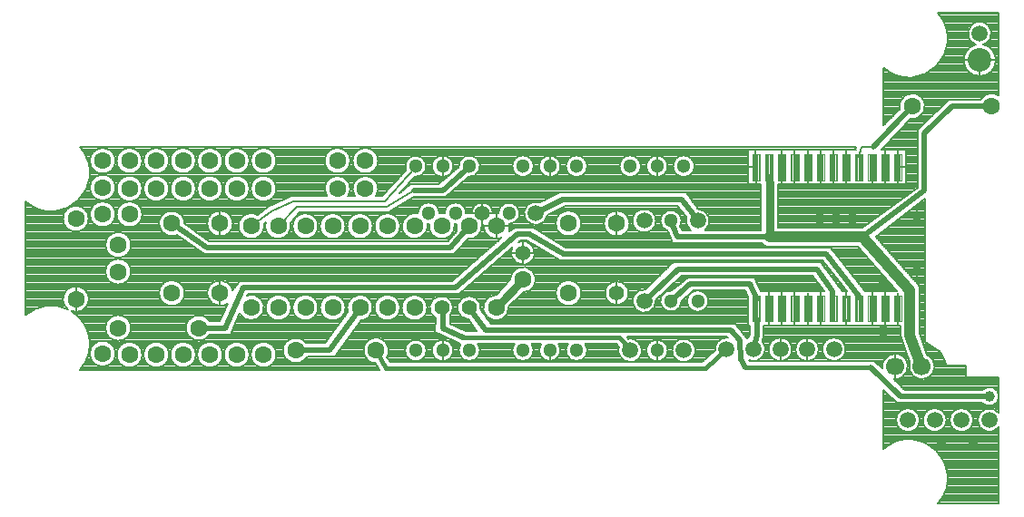
<source format=gtl>
G71*G90*G75*D02*
%ASAXBY*OFA0B0*MOMM*FSLAX43Y43*IPPOS*%
%ADD11C,0.100*%
%ADD12C,0.200*%
%ADD14C,0.400*%
%ADD15C,0.500*%
%ADD17C,0.800*%
%ADD20C,1.000*%
%ADD23C,1.300*%
%ADD24C,1.400*%
%ADD25C,1.500*%
%ADD26C,1.600*%
%ADD27C,1.700*%
%ADD30C,2.200*%
G54D11*
G01X151400Y104300D02*
Y106700D01*
X152100D01*
Y104300D01*
X151400D01*
X151495D02*
Y106700D01*
X151590Y104300D02*
Y106700D01*
X151685Y104300D02*
Y106700D01*
X151780Y104300D02*
Y106700D01*
X151875Y104300D02*
Y106700D01*
X151970Y104300D02*
Y106700D01*
X152065Y104300D02*
Y106700D01*
X157400Y104300D02*
Y106700D01*
X158100D01*
Y104300D01*
X157400D01*
X157495D02*
Y106700D01*
X157590Y104300D02*
Y106700D01*
X157685Y104300D02*
Y106700D01*
X157780Y104300D02*
Y106700D01*
X157875Y104300D02*
Y106700D01*
X157970Y104300D02*
Y106700D01*
X158065Y104300D02*
Y106700D01*
X164600Y104300D02*
Y106700D01*
X165300D01*
Y104300D01*
X164600D01*
X164695D02*
Y106700D01*
X164790Y104300D02*
Y106700D01*
X164885Y104300D02*
Y106700D01*
X164980Y104300D02*
Y106700D01*
X165075Y104300D02*
Y106700D01*
X165170Y104300D02*
Y106700D01*
X165265Y104300D02*
Y106700D01*
X151400Y91100D02*
Y93500D01*
X152100D01*
Y91100D01*
X151400D01*
X151495D02*
Y93500D01*
X151590Y91100D02*
Y93500D01*
X151685Y91100D02*
Y93500D01*
X151780Y91100D02*
Y93500D01*
X151875Y91100D02*
Y93500D01*
X151970Y91100D02*
Y93500D01*
X152065Y91100D02*
Y93500D01*
X155000Y91100D02*
Y93500D01*
X155700D01*
Y91100D01*
X155000D01*
X155095D02*
Y93500D01*
X155190Y91100D02*
Y93500D01*
X155285Y91100D02*
Y93500D01*
X155380Y91100D02*
Y93500D01*
X155475Y91100D02*
Y93500D01*
X155570Y91100D02*
Y93500D01*
X155665Y91100D02*
Y93500D01*
X163400Y91100D02*
Y93500D01*
X164100D01*
Y91100D01*
X163400D01*
X163495D02*
Y93500D01*
X163590Y91100D02*
Y93500D01*
X163685Y91100D02*
Y93500D01*
X163780Y91100D02*
Y93500D01*
X163875Y91100D02*
Y93500D01*
X163970Y91100D02*
Y93500D01*
X164065Y91100D02*
Y93500D01*
X152600Y104300D02*
Y106700D01*
X153300D01*
Y104300D01*
X152600D01*
X152695D02*
Y106700D01*
X152790Y104300D02*
Y106700D01*
X152885Y104300D02*
Y106700D01*
X152980Y104300D02*
Y106700D01*
X153075Y104300D02*
Y106700D01*
X153170Y104300D02*
Y106700D01*
X153265Y104300D02*
Y106700D01*
X153800Y104300D02*
Y106700D01*
X154500D01*
Y104300D01*
X153800D01*
X153895D02*
Y106700D01*
X153990Y104300D02*
Y106700D01*
X154085Y104300D02*
Y106700D01*
X154180Y104300D02*
Y106700D01*
X154275Y104300D02*
Y106700D01*
X154370Y104300D02*
Y106700D01*
X154465Y104300D02*
Y106700D01*
X155000Y104300D02*
Y106700D01*
X155700D01*
Y104300D01*
X155000D01*
X155095D02*
Y106700D01*
X155190Y104300D02*
Y106700D01*
X155285Y104300D02*
Y106700D01*
X155380Y104300D02*
Y106700D01*
X155475Y104300D02*
Y106700D01*
X155570Y104300D02*
Y106700D01*
X155665Y104300D02*
Y106700D01*
X156200Y104300D02*
Y106700D01*
X156900D01*
Y104300D01*
X156200D01*
X156295D02*
Y106700D01*
X156390Y104300D02*
Y106700D01*
X156485Y104300D02*
Y106700D01*
X156580Y104300D02*
Y106700D01*
X156675Y104300D02*
Y106700D01*
X156770Y104300D02*
Y106700D01*
X156865Y104300D02*
Y106700D01*
X158600Y104300D02*
Y106700D01*
X159300D01*
Y104300D01*
X158600D01*
X158695D02*
Y106700D01*
X158790Y104300D02*
Y106700D01*
X158885Y104300D02*
Y106700D01*
X158980Y104300D02*
Y106700D01*
X159075Y104300D02*
Y106700D01*
X159170Y104300D02*
Y106700D01*
X159265Y104300D02*
Y106700D01*
X159800Y104300D02*
Y106700D01*
X160500D01*
Y104300D01*
X159800D01*
X159895D02*
Y106700D01*
X159990Y104300D02*
Y106700D01*
X160085Y104300D02*
Y106700D01*
X160180Y104300D02*
Y106700D01*
X160275Y104300D02*
Y106700D01*
X160370Y104300D02*
Y106700D01*
X160465Y104300D02*
Y106700D01*
X161000Y104300D02*
Y106700D01*
X161700D01*
Y104300D01*
X161000D01*
X161095D02*
Y106700D01*
X161190Y104300D02*
Y106700D01*
X161285Y104300D02*
Y106700D01*
X161380Y104300D02*
Y106700D01*
X161475Y104300D02*
Y106700D01*
X161570Y104300D02*
Y106700D01*
X161665Y104300D02*
Y106700D01*
X162200Y104300D02*
Y106700D01*
X162900D01*
Y104300D01*
X162200D01*
X162295D02*
Y106700D01*
X162390Y104300D02*
Y106700D01*
X162485Y104300D02*
Y106700D01*
X162580Y104300D02*
Y106700D01*
X162675Y104300D02*
Y106700D01*
X162770Y104300D02*
Y106700D01*
X162865Y104300D02*
Y106700D01*
X163400Y104300D02*
Y106700D01*
X164100D01*
Y104300D01*
X163400D01*
X163495D02*
Y106700D01*
X163590Y104300D02*
Y106700D01*
X163685Y104300D02*
Y106700D01*
X163780Y104300D02*
Y106700D01*
X163875Y104300D02*
Y106700D01*
X163970Y104300D02*
Y106700D01*
X164065Y104300D02*
Y106700D01*
X164600Y91100D02*
Y93500D01*
X165300D01*
Y91100D01*
X164600D01*
X164695D02*
Y93500D01*
X164790Y91100D02*
Y93500D01*
X164885Y91100D02*
Y93500D01*
X164980Y91100D02*
Y93500D01*
X165075Y91100D02*
Y93500D01*
X165170Y91100D02*
Y93500D01*
X165265Y91100D02*
Y93500D01*
X162200Y91100D02*
Y93500D01*
X162900D01*
Y91100D01*
X162200D01*
X162295D02*
Y93500D01*
X162390Y91100D02*
Y93500D01*
X162485Y91100D02*
Y93500D01*
X162580Y91100D02*
Y93500D01*
X162675Y91100D02*
Y93500D01*
X162770Y91100D02*
Y93500D01*
X162865Y91100D02*
Y93500D01*
X161000Y91100D02*
Y93500D01*
X161700D01*
Y91100D01*
X161000D01*
X161095D02*
Y93500D01*
X161190Y91100D02*
Y93500D01*
X161285Y91100D02*
Y93500D01*
X161380Y91100D02*
Y93500D01*
X161475Y91100D02*
Y93500D01*
X161570Y91100D02*
Y93500D01*
X161665Y91100D02*
Y93500D01*
X159800Y91100D02*
Y93500D01*
X160500D01*
Y91100D01*
X159800D01*
X159895D02*
Y93500D01*
X159990Y91100D02*
Y93500D01*
X160085Y91100D02*
Y93500D01*
X160180Y91100D02*
Y93500D01*
X160275Y91100D02*
Y93500D01*
X160370Y91100D02*
Y93500D01*
X160465Y91100D02*
Y93500D01*
X158600Y91100D02*
Y93500D01*
X159300D01*
Y91100D01*
X158600D01*
X158695D02*
Y93500D01*
X158790Y91100D02*
Y93500D01*
X158885Y91100D02*
Y93500D01*
X158980Y91100D02*
Y93500D01*
X159075Y91100D02*
Y93500D01*
X159170Y91100D02*
Y93500D01*
X159265Y91100D02*
Y93500D01*
X157400Y91100D02*
Y93500D01*
X158100D01*
Y91100D01*
X157400D01*
X157495D02*
Y93500D01*
X157590Y91100D02*
Y93500D01*
X157685Y91100D02*
Y93500D01*
X157780Y91100D02*
Y93500D01*
X157875Y91100D02*
Y93500D01*
X157970Y91100D02*
Y93500D01*
X158065Y91100D02*
Y93500D01*
X156200Y91100D02*
Y93500D01*
X156900D01*
Y91100D01*
X156200D01*
X156295D02*
Y93500D01*
X156390Y91100D02*
Y93500D01*
X156485Y91100D02*
Y93500D01*
X156580Y91100D02*
Y93500D01*
X156675Y91100D02*
Y93500D01*
X156770Y91100D02*
Y93500D01*
X156865Y91100D02*
Y93500D01*
X153800Y91100D02*
Y93500D01*
X154500D01*
Y91100D01*
X153800D01*
X153895D02*
Y93500D01*
X153990Y91100D02*
Y93500D01*
X154085Y91100D02*
Y93500D01*
X154180Y91100D02*
Y93500D01*
X154275Y91100D02*
Y93500D01*
X154370Y91100D02*
Y93500D01*
X154465Y91100D02*
Y93500D01*
X152600Y91100D02*
Y93500D01*
X153300D01*
Y91100D01*
X152600D01*
X152695D02*
Y93500D01*
X152790Y91100D02*
Y93500D01*
X152885Y91100D02*
Y93500D01*
X152980Y91100D02*
Y93500D01*
X153075Y91100D02*
Y93500D01*
X153170Y91100D02*
Y93500D01*
X153265Y91100D02*
Y93500D01*
G54D12*
X151450Y105501D02*
X151000D01*
X151750Y104351D02*
Y103900D01*
G54D26*
X134250Y100250D03*
X138750D03*
G54D12*
Y101351D02*
Y99151D01*
G54D24*
Y93750D03*
G54D26*
X134250D03*
G54D14*
X139000Y89600D02*
X140000Y88500D01*
X124400Y89600D02*
X139000D01*
G54D15*
X125000Y100000D02*
X123250Y98001D01*
G54D12*
X118550Y100001D02*
G02X116150Y100001I-1200J0D01*
X118550Y100001I1200J0D01*
G01X116000D02*
G02X113600Y100001I-1200J0D01*
X116000Y100001I1200J0D01*
G54D26*
G01X107182D03*
X104642D03*
X109722D03*
X112262D03*
X114802D03*
X117342D03*
X119882D03*
X122422D03*
X124962D03*
X127502D03*
G54D24*
X124962Y92382D03*
G54D17*
X127500Y92400D02*
X130000Y95000D01*
G54D26*
X127502Y92382D03*
X130000Y95000D03*
G54D24*
Y97500D03*
X122422Y92382D03*
G54D15*
X122500Y92250D02*
Y90501D01*
G54D26*
X119882Y92382D03*
G54D12*
X118680Y92389D02*
X121080D02*
G02X118680Y92389I-1200J0D01*
X121080Y92389I1200J0D01*
G54D26*
G01X117342Y92382D03*
X114802D03*
X112262D03*
G54D12*
X113450Y92401D02*
G02X111050Y92401I-1200J0D01*
X113450Y92401I1200J0D01*
G54D26*
G01X109722Y92382D03*
G54D12*
X110900Y92401D02*
G02X108500Y92401I-1200J0D01*
X110900Y92401I1200J0D01*
G54D26*
G01X107182Y92382D03*
G54D12*
X108400Y92401D02*
G02X106000Y92401I-1200J0D01*
X108400Y92401I1200J0D01*
G54D15*
G01X122600Y94299D02*
X103900D01*
G54D26*
X104642Y92382D03*
G54D15*
X123250Y98001D02*
X100500D01*
G54D26*
X97250Y93750D03*
X101750D03*
X97250Y100250D03*
X101750D03*
X92250Y98251D03*
Y95751D03*
Y90501D03*
X99750D03*
G54D12*
X102950Y100251D02*
G02X100550Y100251I-1200J0D01*
X102950Y100251I1200J0D01*
G01X101750Y101351D02*
Y99151D01*
X98450Y93751D02*
G02X96050Y93751I-1200J0D01*
X98450Y93751I1200J0D01*
G01X93450Y98250D02*
G02X91050Y98250I-1200J0D01*
X93450Y98250I1200J0D01*
G01Y95750D02*
G02X91050Y95750I-1200J0D01*
X93450Y95750I1200J0D01*
G01Y90500D02*
G02X91050Y90500I-1200J0D01*
X93450Y90500I1200J0D01*
G54D15*
G01X102200D02*
X99750Y90501D01*
X103900Y94299D02*
X102200Y90500D01*
X100500Y98000D02*
X97250Y100251D01*
X122500Y90500D02*
X124400Y89600D01*
G54D23*
X120000Y88400D03*
X122500D03*
X125000D03*
X130000D03*
X132500D03*
X135000D03*
G54D25*
X140000D03*
G54D23*
X142500D03*
G54D25*
X145000D03*
G54D23*
X120000Y105600D03*
X122500D03*
X125000D03*
X130000D03*
X132500D03*
X135000D03*
X140000D03*
X142500D03*
X145000D03*
G54D25*
X131200Y101200D03*
G54D23*
X128700D03*
G54D12*
X126200Y102201D02*
Y100201D01*
G54D24*
Y101200D03*
G54D23*
X123700D03*
X121200D03*
G54D15*
X131200D03*
G54D23*
X143800Y100500D03*
G54D25*
X141300D03*
X172600Y118000D03*
G54D30*
Y115500D03*
G54D26*
X116300Y88400D03*
X108800D03*
G54D15*
X133700Y102500D02*
X131200Y101200D01*
G54D12*
X168757Y119815D03*
X121000Y88400D02*
G02X119000Y88400I-1000J0D01*
X121000Y88400I1000J0D01*
G01X123500D02*
G02X121500Y88400I-1000J0D01*
X123500Y88400I1000J0D01*
G01X101750Y94950D02*
Y92550D01*
X110900Y100001D02*
G02X108500Y100001I-1200J0D01*
X110900Y100001I1200J0D01*
G01X113450D02*
G02X111050Y100001I-1200J0D01*
X113450Y100001I1200J0D01*
G01X128700Y100000D02*
X126300D01*
X125300Y101200D02*
X127100D01*
X133500Y105600D02*
G02X131500Y105600I-1000J0D01*
X133500Y105600I1000J0D01*
G01X141000D02*
G02X139000Y105600I-1000J0D01*
X141000Y105600I1000J0D01*
G01X143500D02*
G02X141500Y105600I-1000J0D01*
X143500Y105600I1000J0D01*
G01X146000D02*
G02X144000Y105600I-1000J0D01*
X146000Y105600I1000J0D01*
G01X123500D02*
G02X121500Y105600I-1000J0D01*
X123500Y105600I1000J0D01*
G01X131000D02*
G02X129000Y105600I-1000J0D01*
X131000Y105600I1000J0D01*
G01X136000D02*
G02X134000Y105600I-1000J0D01*
X136000Y105600I1000J0D01*
G01X132500Y106600D02*
Y104600D01*
X142500Y106600D02*
Y104600D01*
Y89400D02*
Y87400D01*
X132500Y88400D02*
Y87400D01*
X122500Y89400D02*
Y87400D01*
X138750Y94850D02*
Y93750D01*
X172188Y116942D02*
G03X172894Y116971I412J-1442D01*
G01X172600Y115500D02*
Y114100D01*
X171100Y115500D02*
X174100D01*
X172948Y116956D02*
G03X172224Y116966I-348J1044D01*
G01X172188Y116942D02*
X172224Y116966D01*
X172894Y116971D02*
X172948Y116956D01*
X127502Y93589D02*
X128800Y95000D01*
G02X130000Y93800I1200J0D01*
G01X135450Y93750D02*
G02X133050Y93750I-1200J0D01*
X135450Y93750I1200J0D01*
G01X139850D02*
G02X137650Y93750I-1100J0D01*
X139850Y93750I1100J0D01*
G01X142400Y100500D02*
G02X140200Y100500I-1100J0D01*
X142400Y100500I1100J0D01*
G01X135450Y100250D02*
G02X133050Y100250I-1200J0D01*
X135450Y100250I1200J0D01*
G01X139950D02*
G02X137550Y100250I-1200J0D01*
X139950Y100250I1200J0D01*
G54D15*
G01X130600Y99300D02*
X129500D01*
X123700Y94300D01*
X122600D01*
G54D12*
X127502Y93589D02*
G03X128676Y92490I-22J-1200D01*
G01X130000Y93800D02*
X128676Y92490D01*
X131100Y97500D02*
X128900D01*
X130000Y96400D02*
Y98600D01*
X138750Y93750D02*
Y92650D01*
X127508Y101219D02*
Y98870D01*
G54D25*
X146300Y100500D03*
G54D26*
X90800Y106101D03*
G54D12*
X92000Y106100D02*
G02X89600Y106100I-1200J0D01*
X92000Y106100I1200J0D01*
G54D26*
G01X93300Y106101D03*
G54D12*
X94500Y106100D02*
G02X92100Y106100I-1200J0D01*
X94500Y106100I1200J0D01*
G54D26*
G01X95800Y106101D03*
G54D12*
X97000Y106100D02*
G02X94600Y106100I-1200J0D01*
X97000Y106100I1200J0D01*
G54D26*
G01X98300Y106101D03*
G54D12*
X99500Y106100D02*
G02X97100Y106100I-1200J0D01*
X99500Y106100I1200J0D01*
G54D26*
G01X100800Y106101D03*
G54D12*
X102000Y106100D02*
G02X99600Y106100I-1200J0D01*
X102000Y106100I1200J0D01*
G54D26*
G01X103300Y106101D03*
G54D12*
X104500Y106100D02*
G02X102100Y106100I-1200J0D01*
X104500Y106100I1200J0D01*
G54D26*
G01X90800Y103601D03*
G54D12*
X92000Y103600D02*
G02X89600Y103600I-1200J0D01*
X92000Y103600I1200J0D01*
G54D26*
G01X93300Y103501D03*
G54D12*
X94500Y103500D02*
G02X92100Y103500I-1200J0D01*
X94500Y103500I1200J0D01*
G54D26*
G01X95800Y103501D03*
G54D12*
X97000Y103500D02*
G02X94600Y103500I-1200J0D01*
X97000Y103500I1200J0D01*
G54D26*
G01X98300Y103501D03*
G54D12*
X99500Y103500D02*
G02X97100Y103500I-1200J0D01*
X99500Y103500I1200J0D01*
G54D26*
G01X100800Y103501D03*
G54D12*
X102000Y103500D02*
G02X99600Y103500I-1200J0D01*
X102000Y103500I1200J0D01*
G54D26*
G01X105800Y106101D03*
G54D12*
X107000Y106100D02*
G02X104600Y106100I-1200J0D01*
X107000Y106100I1200J0D01*
G54D26*
G01X90800Y101101D03*
G54D12*
X92000Y101100D02*
G02X89600Y101100I-1200J0D01*
X92000Y101100I1200J0D01*
G54D26*
G01X93300Y101101D03*
G54D12*
X94500Y101100D02*
G02X92100Y101100I-1200J0D01*
X94500Y101100I1200J0D01*
G54D26*
G01X88300Y100701D03*
G54D12*
X89500D02*
G02X87100Y100700I-1200J0D01*
X89500Y100700I1200J0D01*
G54D26*
G01X88300Y93201D03*
G54D12*
Y94400D02*
Y92000D01*
G54D26*
X103300Y103501D03*
G54D12*
X104500Y103500D02*
G02X102100Y103500I-1200J0D01*
X104500Y103500I1200J0D01*
G01X165000Y104501D02*
Y103900D01*
Y106501D02*
Y107100D01*
X118550Y92399D02*
G02X116150Y92399I-1200J0D01*
X118550Y92399I1200J0D01*
G54D15*
G01X114750Y92250D02*
X112000Y88400D01*
X108800D01*
G54D25*
X165900Y81900D03*
X168400D03*
X170900D03*
X173500D03*
G54D26*
X166300Y111200D03*
G54D12*
X108900Y101800D02*
X117300D01*
X107200Y100000D02*
X108900Y101800D01*
D03*
X117100Y102300D02*
X120000Y105500D01*
X108600Y102300D02*
X117100D01*
X104700Y100000D02*
X106500Y101400D01*
X108600Y102300D01*
X108311Y100303D02*
G02X106005Y100361I-1161J-302D01*
G54D26*
G01X115300Y103501D03*
X112700D03*
X115300Y106101D03*
G54D12*
X116500Y106100D02*
G02X114100Y106100I-1200J0D01*
X116500Y106100I1200J0D01*
G54D26*
G01X112700Y106101D03*
G54D12*
X113900Y106100D02*
G02X111500Y106100I-1200J0D01*
X113900Y106100I1200J0D01*
G54D26*
G01X105800Y103501D03*
G54D12*
X107000Y103500D02*
G02X104600Y103500I-1200J0D01*
X107000Y103500I1200J0D01*
G01X164700Y105500D02*
X165700D01*
X161600Y107400D02*
X161300Y106500D01*
G54D26*
X173700Y111200D03*
G54D25*
X149000Y88500D03*
X151500D03*
X154000D03*
X156500D03*
G54D15*
X170000Y111200D02*
X173700D01*
G54D12*
X155095Y88500D02*
G02X152905Y88500I-1095J0D01*
X155095Y88500I1095J0D01*
G54D15*
G01X125000Y92300D02*
X126500Y90300D01*
G54D26*
X90800Y88101D03*
G54D12*
X92000Y88100D02*
G02X89600Y88100I-1200J0D01*
X92000Y88100I1200J0D01*
G54D26*
G01X93300Y88001D03*
G54D12*
X94500Y88000D02*
G02X92100Y88000I-1200J0D01*
X94500Y88000I1200J0D01*
G54D26*
G01X95800Y88001D03*
G54D12*
X97000Y88000D02*
G02X94600Y88000I-1200J0D01*
X97000Y88000I1200J0D01*
G54D26*
G01X98300Y88001D03*
G54D12*
X99500Y88000D02*
G02X97100Y88000I-1200J0D01*
X99500Y88000I1200J0D01*
G54D26*
G01X100800Y88001D03*
G54D12*
X102000Y88000D02*
G02X99600Y88000I-1200J0D01*
X102000Y88000I1200J0D01*
G54D26*
G01X103300Y88001D03*
G54D12*
X104500Y88000D02*
G02X102100Y88000I-1200J0D01*
X104500Y88000I1200J0D01*
G54D26*
G01X105800Y88001D03*
G54D12*
X107000Y88000D02*
G02X104600Y88000I-1200J0D01*
X107000Y88000I1200J0D01*
G54D15*
G01X144800Y102500D02*
X133700D01*
G54D12*
X154000Y89600D02*
Y87400D01*
G54D15*
X150300Y87600D02*
X150700Y86800D01*
X150200Y89400D02*
X150300Y87600D01*
X151500Y88500D02*
X151800Y89800D01*
Y91300D01*
X167400Y103300D02*
Y108700D01*
X170000Y111200D01*
G54D12*
X162700Y107400D02*
X161600D01*
G54D15*
X166300Y111200D02*
X162700Y107400D01*
G54D12*
X117300Y101800D02*
X119800Y103300D01*
G54D15*
X122500D01*
X125000Y105500D01*
G54D14*
X116300Y88400D02*
X117200Y86700D01*
G54D12*
X116270Y102794D02*
G03X114324Y102803I-970J706D01*
G01X113683Y102812D02*
G03X111717Y102812I-983J688D01*
G01X169500Y81900D02*
G02X167300Y81900I-1100J0D01*
X169500Y81900I1100J0D01*
G01X167000D02*
G02X164800Y81900I-1100J0D01*
X167000Y81900I1100J0D01*
G54D20*
G01X166700Y101000D03*
Y95800D03*
G54D12*
X111717Y102812D02*
X108400Y102800D01*
X106200Y101800D01*
X105276Y101025D02*
G03X105832Y100206I-626J-1024D01*
G01X106005Y100361D01*
X106200Y101800D02*
X105276Y101025D01*
X108311Y100303D02*
X109200Y101300D01*
X117500D01*
X119800Y102700D01*
X122800D01*
X124900Y104605D01*
X113683Y102812D02*
X114324Y102803D01*
X116270Y102794D02*
X116900Y102800D01*
X119072Y105229D01*
X118500Y103100D02*
X119500Y103900D01*
X122100D01*
X124006Y105490D02*
G02X124900Y104605I994J110D01*
G01X122100Y103900D02*
X124006Y105490D01*
X114909Y91204D02*
G03X113672Y91990I-109J1195D01*
G01X109783Y89088D02*
G03X109812Y87756I-983J-688D01*
G01X109783Y89088D02*
X111500Y89100D01*
X113672Y91990D01*
X114909Y91204D02*
X112500Y87800D01*
X109900D01*
X109812Y87756D01*
X119900Y104605D02*
G03X119072Y105229I100J995D01*
G01X119900Y104605D02*
X118500Y103100D01*
X154150Y107100D02*
Y103900D01*
X155350Y107100D02*
Y103900D01*
X156550Y107100D02*
Y103900D01*
X157750Y107100D02*
Y103900D01*
X158950Y107100D02*
Y103900D01*
X160150Y107100D02*
Y103900D01*
X163750Y107100D02*
Y103900D01*
X162550Y104500D02*
Y103800D01*
X156550Y93800D02*
Y90700D01*
X157750Y93900D02*
Y90700D01*
X160150Y91300D02*
Y90700D01*
X162550Y93900D02*
Y90700D01*
X163750Y93900D02*
Y90700D01*
X164950Y93800D02*
Y90700D01*
X157590Y88500D02*
G02X155410Y88500I-1090J0D01*
X157590Y88500I1090J0D01*
G01X151700Y106500D02*
Y107100D01*
G54D25*
X141300Y93000D03*
G54D23*
X143800D03*
X146300D03*
G54D15*
Y100500D02*
X144800Y102500D01*
G54D25*
X159000Y88500D03*
G54D12*
X160090D02*
G02X157910Y88500I-1090J0D01*
X160090Y88500I1090J0D01*
G01X172000Y81900D02*
G02X169800Y81900I-1100J0D01*
X172000Y81900I1100J0D01*
G54D27*
G01X167200Y86900D03*
G54D20*
D03*
G54D27*
X164700D03*
G54D15*
X141300Y93000D02*
X144500Y96000D01*
X151100D01*
G54D20*
X166100Y89800D02*
X167200Y86900D01*
X166100Y94000D02*
Y89800D01*
G54D14*
X150700Y86800D02*
X162400D01*
G54D15*
X165200Y84100D01*
X172200D01*
G54D12*
X152950Y93900D02*
Y90700D01*
X154150Y93900D02*
Y90700D01*
X155350Y93900D02*
Y90700D01*
X156500Y89600D02*
Y87400D01*
X164700Y88100D02*
Y85700D01*
G54D20*
X169000Y80000D03*
X172000D03*
X161700Y99000D02*
X166100Y94000D01*
X153000Y99000D02*
X161700D01*
G54D15*
X167400Y103300D01*
G54D17*
X152950Y104500D02*
X153000Y103900D01*
Y99000D01*
G54D20*
X157700Y100700D03*
X159200D03*
X160700D03*
G54D12*
X162900Y99000D03*
G54D15*
X152900D02*
X144400D01*
X143800Y100500D01*
X144400Y99000D03*
G54D12*
X144000Y98400D03*
X161700Y99900D02*
X166800Y103600D01*
X153800Y99900D02*
X161700D01*
X153800Y103900D02*
Y99900D01*
X165700Y103900D02*
X153800D01*
X165700Y107100D02*
Y103900D01*
Y107100D02*
X164100D01*
X163400D02*
X164100D01*
X166103Y110016D02*
X163400Y107100D01*
X166103Y110016D02*
G03X165136Y110909I197J1184D01*
G01X163600Y109400D01*
Y114800D02*
Y109400D01*
X163666Y114760D02*
X163600Y114800D01*
X163666Y114760D02*
G03X168757Y119815I2334J2740D01*
G01X168700Y119900D02*
X168757Y119815D01*
X174400Y119900D02*
X168700D01*
X174400Y112300D02*
Y119900D01*
Y112300D02*
X174366Y112198D01*
G03X172702Y111866I-666J-998D01*
G01X172600Y111800D01*
X169700D01*
X166800Y109000D01*
Y103600D01*
X172188Y116942D02*
G03X172894Y116971I412J-1442D01*
G01X172188Y116942D02*
X172224Y116966D01*
G02X172948Y116956I376J1034D01*
G01X172894Y116971D02*
X172948Y116956D01*
X153800Y100042D02*
X161896D01*
X153800Y100232D02*
X162158D01*
X153800Y100422D02*
X162420D01*
X153800Y100612D02*
X162681D01*
X153800Y100802D02*
X162943D01*
X153800Y100992D02*
X163205D01*
X153800Y101182D02*
X163467D01*
X153800Y101372D02*
X163729D01*
X153800Y101562D02*
X163991D01*
X153800Y101752D02*
X164253D01*
X153800Y101942D02*
X164515D01*
X153800Y102132D02*
X164777D01*
X153800Y102322D02*
X165038D01*
X153800Y102512D02*
X165300D01*
X153800Y102702D02*
X165562D01*
X153800Y102892D02*
X165824D01*
X153800Y103082D02*
X166086D01*
X153800Y103272D02*
X166348D01*
X153800Y103462D02*
X166610D01*
X153800Y103652D02*
X166800D01*
X153800Y103842D02*
X166800D01*
X165700Y104032D02*
X166800D01*
X165700Y104222D02*
X166800D01*
X165700Y104412D02*
X166800D01*
X165700Y104602D02*
X166800D01*
X165700Y104792D02*
X166800D01*
X165700Y104982D02*
X166800D01*
X165700Y105172D02*
X166800D01*
X165700Y105362D02*
X166800D01*
X165700Y105552D02*
X166800D01*
X165700Y105742D02*
X166800D01*
X165700Y105932D02*
X166800D01*
X165700Y106122D02*
X166800D01*
X165700Y106312D02*
X166800D01*
X165700Y106502D02*
X166800D01*
X165700Y106692D02*
X166800D01*
X165700Y106882D02*
X166800D01*
X165700Y107072D02*
X166800D01*
X163550Y107262D02*
X166800D01*
X163726Y107452D02*
X166800D01*
X163902Y107642D02*
X166800D01*
X164078Y107832D02*
X166800D01*
X164254Y108022D02*
X166800D01*
X164431Y108212D02*
X166800D01*
X164607Y108402D02*
X166800D01*
X164783Y108592D02*
X166800D01*
X164959Y108782D02*
X166800D01*
X165135Y108972D02*
X166800D01*
X165311Y109162D02*
X166968D01*
X165487Y109352D02*
X167165D01*
X163600Y109542D02*
X163745D01*
X165663D02*
X167361D01*
X163600Y109732D02*
X163938D01*
X165839D02*
X167558D01*
X163600Y109922D02*
X164131D01*
X166015D02*
X167755D01*
X163600Y110112D02*
X164325D01*
X166806D02*
X167952D01*
X163600Y110302D02*
X164518D01*
X167096D02*
X168148D01*
X163600Y110492D02*
X164711D01*
X167269D02*
X168345D01*
X163600Y110682D02*
X164905D01*
X167382D02*
X168542D01*
X163600Y110872D02*
X165098D01*
X167454D02*
X168739D01*
X163600Y111062D02*
X165108D01*
X167492D02*
X168936D01*
X163600Y111252D02*
X165101D01*
X167499D02*
X169132D01*
X163600Y111442D02*
X165125D01*
X167475D02*
X169329D01*
X163600Y111632D02*
X165180D01*
X167420D02*
X169526D01*
X163600Y111822D02*
X165274D01*
X167326D02*
X172634D01*
X163600Y112012D02*
X165416D01*
X167184D02*
X172816D01*
X163600Y112202D02*
X165640D01*
X166960D02*
X173040D01*
X174360D02*
X174367D01*
X163600Y112392D02*
X166162D01*
X166438D02*
X173562D01*
X173838D02*
X174400D01*
X163600Y112582D02*
X174400D01*
X163600Y112772D02*
X174400D01*
X163600Y112962D02*
X174400D01*
X163600Y113152D02*
X174400D01*
X163600Y113342D02*
X174400D01*
X163600Y113532D02*
X174400D01*
X163600Y113722D02*
X174400D01*
X163600Y113912D02*
X165706D01*
X166294D02*
X174400D01*
X163600Y114102D02*
X164811D01*
X167189D02*
X172056D01*
X173144D02*
X174400D01*
X163600Y114292D02*
X164366D01*
X167634D02*
X171711D01*
X173489D02*
X174400D01*
X163600Y114482D02*
X164037D01*
X167963D02*
X171498D01*
X173702D02*
X174400D01*
X163600Y114672D02*
X163772D01*
X168228D02*
X171349D01*
X173851D02*
X174400D01*
X168450Y114862D02*
X171242D01*
X173958D02*
X174400D01*
X168640Y115052D02*
X171168D01*
X174032D02*
X174400D01*
X168804Y115242D02*
X171122D01*
X174078D02*
X174400D01*
X168947Y115432D02*
X171102D01*
X174098D02*
X174400D01*
X169071Y115622D02*
X171105D01*
X174095D02*
X174400D01*
X169180Y115812D02*
X171133D01*
X174067D02*
X174400D01*
X169274Y116002D02*
X171186D01*
X174014D02*
X174400D01*
X169354Y116192D02*
X171269D01*
X173931D02*
X174400D01*
X169422Y116382D02*
X171387D01*
X173813D02*
X174400D01*
X169478Y116572D02*
X171551D01*
X173649D02*
X174400D01*
X169524Y116762D02*
X171789D01*
X173411D02*
X174400D01*
X169558Y116952D02*
X172203D01*
X172976D02*
X174400D01*
X169582Y117142D02*
X171912D01*
X173288D02*
X174400D01*
X169596Y117332D02*
X171726D01*
X173474D02*
X174400D01*
X169600Y117522D02*
X171609D01*
X173591D02*
X174400D01*
X169594Y117712D02*
X171538D01*
X173662D02*
X174400D01*
X169577Y117902D02*
X171504D01*
X173696D02*
X174400D01*
X169551Y118092D02*
X171504D01*
X173696D02*
X174400D01*
X169514Y118282D02*
X171537D01*
X173663D02*
X174400D01*
X169466Y118472D02*
X171606D01*
X173594D02*
X174400D01*
X169407Y118662D02*
X171722D01*
X173478D02*
X174400D01*
X169336Y118852D02*
X171904D01*
X173296D02*
X174400D01*
X169253Y119042D02*
X172248D01*
X172952D02*
X174400D01*
X169156Y119232D02*
X174400D01*
X169044Y119422D02*
X174400D01*
X168915Y119612D02*
X174400D01*
X168768Y119802D02*
X174400D01*
G54D15*
X151800Y93200D02*
X151200Y94600D01*
X145600D02*
X143800Y93000D01*
X151200Y94600D02*
X145600D01*
X130600Y99300D02*
X133800Y97400D01*
X143900D01*
X151700D02*
X143900D01*
X161500Y93251D02*
X158300Y97400D01*
X151700D01*
X158900Y93900D02*
Y93100D01*
X151100Y96000D02*
X157400D01*
X158900Y93900D01*
G54D12*
X160150Y93300D02*
Y93900D01*
G54D20*
X163600Y94500D03*
G54D12*
X122500Y104600D02*
Y106600D01*
G54D20*
X163600Y90200D03*
G54D12*
X143500Y88400D02*
G02X141500Y88400I-1000J0D01*
X143500Y88400I1000J0D01*
G01X147290Y93000D02*
G02X145310Y93000I-990J0D01*
X147290Y93000I990J0D01*
G54D15*
G01X126500Y90300D02*
X149400D01*
X150200Y89400D01*
G54D14*
X117200Y86700D02*
X147000D01*
X149000Y88500D02*
X147000Y86700D01*
G54D12*
X146090Y88400D02*
G02X143910Y88400I-1090J0D01*
X146090Y88400I1090J0D01*
G01X103600Y94900D02*
X123400D01*
X102923Y94005D02*
X103600Y94900D01*
X102923Y94005D02*
G03X102447Y92774I-1173J-254D01*
G01X101700Y91100D02*
X102447Y92774D01*
X100800Y91100D02*
X101700D01*
X100765Y91141D02*
X100800Y91100D01*
X100765Y91141D02*
G03X100748Y89835I-1015J-640D01*
G01X100900Y89900D02*
X100748Y89835D01*
X102700Y89900D02*
X100900D01*
X103567Y91884D02*
X102700Y89900D01*
X103567Y91884D02*
G03X104286Y93544I1083J517D01*
G01X104300Y93700D01*
X124100D01*
X129000Y98000D02*
X124100Y93700D01*
X129000Y98000D02*
X129016Y97992D01*
G03X129591Y98521I984J-492D01*
G01X129800Y98700D02*
X129591Y98521D01*
X130300Y98700D02*
X129800D01*
X133500Y96800D02*
X130300Y98700D01*
X157900Y96800D02*
X133500D01*
X160200Y93900D02*
X157900Y96800D01*
X159800Y93900D02*
X160200D01*
X157800Y96600D02*
X159800Y93900D01*
X144000Y96600D02*
X157800D01*
X144000D02*
X141400Y94095D01*
G03X142395Y93100I-100J-1095D01*
G01X144800Y95400D01*
X157000D01*
X158100Y93900D01*
X152200D01*
X151600Y95200D02*
X152200Y93900D01*
X145400Y95200D02*
X151600D01*
X145400D02*
X143910Y93994D01*
G03X144800Y93000I-110J-994D01*
G01X145900Y94000D01*
X150700D01*
X151000Y93300D01*
Y92200D02*
Y93300D01*
Y90700D02*
Y92200D01*
X151200Y90700D02*
X151000D01*
X151200Y89900D02*
Y90700D01*
X150900Y89500D02*
X151200Y89900D01*
X149800Y90900D02*
X150900Y89500D01*
X149800Y90900D02*
X127000D01*
X126062Y92189D01*
G03X124891Y91293I-1082J200D01*
G01X125700Y90200D01*
X124700D01*
X123200Y90900D02*
X124700Y90200D01*
X123222Y91681D02*
X123200Y90900D01*
X123222Y91681D02*
G03X121824Y91440I-842J708D01*
G01X121800Y90100D02*
X121824Y91440D01*
X124186Y88981D02*
X121800Y90100D01*
X124186Y88981D02*
G03X125800Y89000I814J-581D01*
G01X129200D02*
X125800D01*
X129200D02*
G03X130800Y89000I800J-600D01*
G01X131700D02*
X130800D01*
X131700D02*
G03X133300Y89000I800J-600D01*
G01X134200D02*
X133300D01*
X134200D02*
G03X135800Y89000I800J-600D01*
G01X138700D02*
X135800D01*
X138946Y88716D02*
X138700Y89000D01*
X138946Y88716D02*
G03X139819Y89485I1054J-316D01*
G01X139700Y89700D01*
X149000D01*
X149109Y89595D01*
G03X147905Y88400I-109J-1095D01*
G01X146700Y87300D01*
X117600D01*
X117329Y87783D02*
X117600Y87300D01*
X117329Y87783D02*
G03X116300Y87200I-1029J617D01*
G01X116600Y86600D01*
X88700D02*
X116600D01*
X88700D02*
X88696Y86615D01*
G03X87881Y92069I-2696J2385D01*
G01X87890Y92072D02*
X87881Y92069D01*
X87890Y92072D02*
G03X87550Y92263I410J1128D01*
G01X87571Y92239D01*
G03X83608Y91691I-1571J-3239D01*
G01X83600Y91700D02*
X83608Y91691D01*
X83600Y102300D02*
Y91700D01*
Y102300D02*
X83657Y102267D01*
G03X88791Y107274I2343J2733D01*
G01X88700Y107400D02*
X88791Y107274D01*
X160700Y107400D02*
X88700D01*
X161100D02*
X160700D01*
X161000Y107100D02*
X161100Y107400D01*
X153800Y107100D02*
X161000D01*
X153800D02*
X151000D01*
Y103900D01*
X152200D02*
X151000D01*
X152200Y99600D02*
Y103900D01*
X147000Y99600D02*
X152200D01*
X146975Y99632D02*
X147000Y99600D01*
X146975Y99632D02*
G03X146300Y101600I-675J868D01*
G01X145200Y103200D02*
X146300Y101600D01*
X133500Y103200D02*
X145200D01*
X131609Y102221D02*
X133500Y103200D01*
X131609Y102221D02*
G03X132285Y101019I-409J-1021D01*
G01X134000Y101900D02*
X132285Y101019D01*
X144400Y101900D02*
X134000D01*
X145256Y100848D02*
X144400Y101900D01*
X145256Y100848D02*
G03X145625Y99632I1044J-348D01*
G01X144900Y99600D02*
X145625Y99632D01*
X144648Y99970D02*
X144900Y99600D01*
X144648Y99970D02*
G03X143513Y99542I-848J530D01*
G01X144000Y98400D01*
X152300D01*
X152700Y98100D01*
X161200D01*
X164900Y93900D01*
X161900Y93899D02*
X164900Y93900D01*
X158700Y98000D02*
X161900Y93900D01*
X158700Y98000D02*
X134000D01*
X131000Y99900D02*
X134000Y98000D01*
X129200Y99900D02*
X131000D01*
X128700Y99500D02*
X129200Y99900D01*
X128700Y100200D02*
Y99500D01*
Y100200D02*
G03X127700Y101200I0J1000D01*
G01X127200D02*
X127700D01*
X127200D02*
G03X125200Y101200I-1000J-0D01*
G01X124700D02*
X125200D01*
X124700D02*
G03X122700Y101200I-1000J0D01*
G01X122200D02*
X122700D01*
X122200D02*
G03X120200Y101200I-1000J0D01*
G01X120115Y101180D02*
X120200Y101200D01*
X120115Y101180D02*
G03X121074Y100196I-225J-1179D01*
G01X121245Y100193D02*
X121074Y100196D01*
X121245Y100193D02*
G03X123613Y100202I1185J-192D01*
G01X123787D02*
X123613D01*
X123787D02*
G03X123846Y99580I1183J-201D01*
G01X123800Y99500D02*
X123846Y99580D01*
X123000Y98600D02*
X123800Y99500D01*
X100700Y98600D02*
X123000D01*
X98450Y100251D02*
X100700Y98600D01*
X98450Y100251D02*
G03X97722Y99148I-1200J0D01*
G01X100300Y97400D02*
X97722Y99148D01*
X123600Y97400D02*
X100300D01*
X123600D02*
X124886Y98804D01*
G03X126166Y100100I84J1197D01*
G01X126315Y100108D02*
X126166Y100100D01*
X126315Y100108D02*
G03X127998Y98905I1195J-107D01*
G01X128000Y98900D02*
X127998Y98905D01*
X123400Y94900D02*
X128000Y98900D01*
X146000Y105600D02*
G02X144000Y105600I-1000J0D01*
X146000Y105600I1000J0D01*
G01X143500D02*
G02X141500Y105600I-1000J0D01*
X143500Y105600I1000J0D01*
G01X141000D02*
G02X139000Y105600I-1000J0D01*
X141000Y105600I1000J0D01*
G01X142400Y100500D02*
G02X140200Y100500I-1100J0D01*
X142400Y100500I1100J0D01*
G01X139950Y100250D02*
G02X137550Y100250I-1200J0D01*
X139950Y100250I1200J0D01*
G01X135450D02*
G02X133050Y100250I-1200J0D01*
X135450Y100250I1200J0D01*
G01X139850Y93750D02*
G02X137650Y93750I-1100J0D01*
X139850Y93750I1100J0D01*
G01X135450D02*
G02X133050Y93750I-1200J0D01*
X135450Y93750I1200J0D01*
G01X130000Y93800D02*
G03X128800Y95000I0J1200D01*
G01X130000Y93800D02*
X128676Y92490D01*
G02X127502Y93589I-1196J-101D01*
G01X128800Y95000D01*
X147290Y93000D02*
G02X145310Y93000I-990J0D01*
X147290Y93000I990J0D01*
G01X146090Y88400D02*
G02X143910Y88400I-1090J0D01*
X146090Y88400I1090J0D01*
G01X143500D02*
G02X141500Y88400I-1000J0D01*
X143500Y88400I1000J0D01*
G01X136000Y105600D02*
G02X134000Y105600I-1000J0D01*
X136000Y105600I1000J0D01*
G01X133500D02*
G02X131500Y105600I-1000J0D01*
X133500Y105600I1000J0D01*
G01X131000D02*
G02X129000Y105600I-1000J0D01*
X131000Y105600I1000J0D01*
G01X124900Y104605D02*
G03X124006Y105490I100J995D01*
G01X122800Y102700D02*
X124900Y104605D01*
X119800Y102700D02*
X122800D01*
X117500Y101300D02*
X119800Y102700D01*
X109200Y101300D02*
X117500D01*
X108311Y100303D02*
X109200Y101300D01*
X108311Y100303D02*
G02X106005Y100361I-1161J-302D01*
G01X105832Y100206D02*
X106005Y100361D01*
X105832Y100206D02*
G02X105276Y101025I-1182J-205D01*
G01X106200Y101800D02*
X105276Y101025D01*
X108400Y102800D02*
X106200Y101800D01*
X111717Y102812D02*
X108400Y102800D01*
X111717Y102812D02*
G02X113683Y102812I983J688D01*
G01X114324Y102803D01*
G02X116270Y102794I976J697D01*
G01X116900Y102800D01*
X119072Y105229D01*
G02X119900Y104605I928J371D01*
G01X118500Y103100D01*
X119500Y103900D01*
X122100D01*
X124006Y105490D01*
X123500Y105600D02*
G02X121500Y105600I-1000J0D01*
X123500Y105600I1000J0D01*
G01Y88400D02*
G02X121500Y88400I-1000J0D01*
X123500Y88400I1000J0D01*
G01X121000D02*
G02X119000Y88400I-1000J0D01*
X121000Y88400I1000J0D01*
G01X118680Y92389D02*
X121080D02*
G02X118680Y92389I-1200J0D01*
X121080Y92389I1200J0D01*
G01X118550Y92399D02*
G02X116150Y92399I-1200J0D01*
X118550Y92399I1200J0D01*
G01X114909Y91204D02*
G03X113672Y91990I-109J1195D01*
G01X114909Y91204D02*
X112500Y87800D01*
X109900D01*
X109812Y87756D01*
G02X109783Y89088I-1012J644D01*
G01X111500Y89100D01*
X113672Y91990D01*
X113450Y92401D02*
G02X111050Y92401I-1200J0D01*
X113450Y92401I1200J0D01*
G01X110900D02*
G02X108500Y92401I-1200J0D01*
X110900Y92401I1200J0D01*
G01X108400D02*
G02X106000Y92401I-1200J0D01*
X108400Y92401I1200J0D01*
G01X118550Y100001D02*
G02X116150Y100001I-1200J0D01*
X118550Y100001I1200J0D01*
G01X116000D02*
G02X113600Y100001I-1200J0D01*
X116000Y100001I1200J0D01*
G01X113450D02*
G02X111050Y100001I-1200J0D01*
X113450Y100001I1200J0D01*
G01X110900D02*
G02X108500Y100001I-1200J0D01*
X110900Y100001I1200J0D01*
G01X102950Y100251D02*
G02X100550Y100251I-1200J0D01*
X102950Y100251I1200J0D01*
G01X98450Y93751D02*
G02X96050Y93751I-1200J0D01*
X98450Y93751I1200J0D01*
G01X93450Y90500D02*
G02X91050Y90500I-1200J0D01*
X93450Y90500I1200J0D01*
G01Y95750D02*
G02X91050Y95750I-1200J0D01*
X93450Y95750I1200J0D01*
G01Y98250D02*
G02X91050Y98250I-1200J0D01*
X93450Y98250I1200J0D01*
G01X89500Y100700D02*
G02X87100Y100700I-1200J0D01*
X89500Y100700I1200J0D01*
G01X107000Y88000D02*
G02X104600Y88000I-1200J0D01*
X107000Y88000I1200J0D01*
G01X104500D02*
G02X102100Y88000I-1200J0D01*
X104500Y88000I1200J0D01*
G01X102000D02*
G02X99600Y88000I-1200J0D01*
X102000Y88000I1200J0D01*
G01X99500D02*
G02X97100Y88000I-1200J0D01*
X99500Y88000I1200J0D01*
G01X97000D02*
G02X94600Y88000I-1200J0D01*
X97000Y88000I1200J0D01*
G01X94500D02*
G02X92100Y88000I-1200J0D01*
X94500Y88000I1200J0D01*
G01X92000Y88100D02*
G02X89600Y88100I-1200J0D01*
X92000Y88100I1200J0D01*
G01X94500Y101100D02*
G02X92100Y101100I-1200J0D01*
X94500Y101100I1200J0D01*
G01X92000D02*
G02X89600Y101100I-1200J0D01*
X92000Y101100I1200J0D01*
G01Y103600D02*
G02X89600Y103600I-1200J0D01*
X92000Y103600I1200J0D01*
G01X94500Y103500D02*
G02X92100Y103500I-1200J0D01*
X94500Y103500I1200J0D01*
G01X97000D02*
G02X94600Y103500I-1200J0D01*
X97000Y103500I1200J0D01*
G01X99500D02*
G02X97100Y103500I-1200J0D01*
X99500Y103500I1200J0D01*
G01X102000D02*
G02X99600Y103500I-1200J0D01*
X102000Y103500I1200J0D01*
G01X104500D02*
G02X102100Y103500I-1200J0D01*
X104500Y103500I1200J0D01*
G01X107000D02*
G02X104600Y103500I-1200J0D01*
X107000Y103500I1200J0D01*
G01Y106100D02*
G02X104600Y106100I-1200J0D01*
X107000Y106100I1200J0D01*
G01X104500D02*
G02X102100Y106100I-1200J0D01*
X104500Y106100I1200J0D01*
G01X102000D02*
G02X99600Y106100I-1200J0D01*
X102000Y106100I1200J0D01*
G01X99500D02*
G02X97100Y106100I-1200J0D01*
X99500Y106100I1200J0D01*
G01X97000D02*
G02X94600Y106100I-1200J0D01*
X97000Y106100I1200J0D01*
G01X94500D02*
G02X92100Y106100I-1200J0D01*
X94500Y106100I1200J0D01*
G01X92000D02*
G02X89600Y106100I-1200J0D01*
X92000Y106100I1200J0D01*
G01X113900D02*
G02X111500Y106100I-1200J0D01*
X113900Y106100I1200J0D01*
G01X116500D02*
G02X114100Y106100I-1200J0D01*
X116500Y106100I1200J0D01*
G01X88733Y86657D02*
X116572D01*
X88885Y86847D02*
X92968D01*
X93632D02*
X95468D01*
X96132D02*
X97968D01*
X98632D02*
X100468D01*
X101132D02*
X102968D01*
X103632D02*
X105468D01*
X106132D02*
X116477D01*
X89018Y87037D02*
X90244D01*
X91356D02*
X92584D01*
X94016D02*
X95084D01*
X96516D02*
X97584D01*
X99016D02*
X100084D01*
X101516D02*
X102584D01*
X104016D02*
X105084D01*
X106516D02*
X116382D01*
X89133Y87227D02*
X89977D01*
X91623D02*
X92382D01*
X94218D02*
X94882D01*
X96718D02*
X97382D01*
X99218D02*
X99882D01*
X101718D02*
X102382D01*
X104218D02*
X104882D01*
X106718D02*
X108548D01*
X109052D02*
X116048D01*
X89233Y87417D02*
X89814D01*
X91786D02*
X92251D01*
X94349D02*
X94751D01*
X96849D02*
X97251D01*
X99349D02*
X99751D01*
X101849D02*
X102251D01*
X104349D02*
X104751D01*
X106849D02*
X108112D01*
X109488D02*
X115612D01*
X117534D02*
X119818D01*
X120182D02*
X122318D01*
X122682D02*
X124818D01*
X125182D02*
X129818D01*
X130182D02*
X132318D01*
X132682D02*
X134818D01*
X135182D02*
X139507D01*
X140493D02*
X142318D01*
X142682D02*
X144530D01*
X145470D02*
X146828D01*
X89319Y87607D02*
X89706D01*
X91894D02*
X92166D01*
X94434D02*
X94666D01*
X96934D02*
X97166D01*
X99434D02*
X99666D01*
X101934D02*
X102166D01*
X104434D02*
X104666D01*
X106934D02*
X107900D01*
X109700D02*
X115400D01*
X117428D02*
X119391D01*
X120609D02*
X121891D01*
X123109D02*
X124391D01*
X125609D02*
X129391D01*
X130609D02*
X131891D01*
X133109D02*
X134391D01*
X135609D02*
X139238D01*
X140762D02*
X141891D01*
X143109D02*
X144252D01*
X145748D02*
X147036D01*
X89393Y87797D02*
X89639D01*
X91961D02*
X92117D01*
X94483D02*
X94617D01*
X96983D02*
X97117D01*
X99483D02*
X99617D01*
X101983D02*
X102117D01*
X104483D02*
X104617D01*
X106983D02*
X107763D01*
X109894D02*
X115263D01*
X117337D02*
X119202D01*
X120798D02*
X121702D01*
X123298D02*
X124202D01*
X125798D02*
X129202D01*
X130798D02*
X131702D01*
X133298D02*
X134202D01*
X135798D02*
X139080D01*
X140920D02*
X141702D01*
X143298D02*
X144092D01*
X145908D02*
X147244D01*
X89454Y87987D02*
X89605D01*
X91995D02*
X92100D01*
X94500D02*
X94600D01*
X97000D02*
X97100D01*
X99500D02*
X99600D01*
X102000D02*
X102100D01*
X104500D02*
X104600D01*
X107000D02*
X107673D01*
X112632D02*
X115173D01*
X117427D02*
X119089D01*
X120911D02*
X121589D01*
X123411D02*
X124089D01*
X125911D02*
X129089D01*
X130911D02*
X131589D01*
X133411D02*
X134089D01*
X135911D02*
X138981D01*
X141019D02*
X141589D01*
X143411D02*
X143991D01*
X146009D02*
X147452D01*
X89505Y88177D02*
X89602D01*
X91998D02*
X92113D01*
X94487D02*
X94613D01*
X96987D02*
X97113D01*
X99487D02*
X99613D01*
X101987D02*
X102113D01*
X104487D02*
X104613D01*
X106987D02*
X107621D01*
X112767D02*
X115121D01*
X117479D02*
X119025D01*
X120975D02*
X121525D01*
X123475D02*
X124025D01*
X125975D02*
X129025D01*
X130975D02*
X131525D01*
X133475D02*
X134025D01*
X135975D02*
X138923D01*
X141077D02*
X141525D01*
X143475D02*
X143933D01*
X146067D02*
X147660D01*
X89544Y88367D02*
X89630D01*
X91970D02*
X92157D01*
X94443D02*
X94657D01*
X96943D02*
X97157D01*
X99443D02*
X99657D01*
X101943D02*
X102157D01*
X104443D02*
X104657D01*
X106943D02*
X107600D01*
X112901D02*
X115100D01*
X117500D02*
X119001D01*
X120999D02*
X121501D01*
X123499D02*
X124001D01*
X125999D02*
X129001D01*
X130999D02*
X131501D01*
X133499D02*
X134001D01*
X135999D02*
X138901D01*
X141099D02*
X141501D01*
X143499D02*
X143911D01*
X146089D02*
X147868D01*
X89573Y88557D02*
X89690D01*
X91910D02*
X92237D01*
X94363D02*
X94737D01*
X96863D02*
X97237D01*
X99363D02*
X99737D01*
X101863D02*
X102237D01*
X104363D02*
X104737D01*
X106863D02*
X107610D01*
X113035D02*
X115110D01*
X117490D02*
X119012D01*
X120988D02*
X121512D01*
X123488D02*
X124012D01*
X125988D02*
X129012D01*
X130988D02*
X131512D01*
X133488D02*
X134012D01*
X135988D02*
X138911D01*
X141089D02*
X141512D01*
X143488D02*
X143921D01*
X146079D02*
X147901D01*
X89591Y88747D02*
X89789D01*
X91811D02*
X92361D01*
X94239D02*
X94861D01*
X96739D02*
X97361D01*
X99239D02*
X99861D01*
X101739D02*
X102361D01*
X104239D02*
X104861D01*
X106739D02*
X107651D01*
X113170D02*
X115151D01*
X117449D02*
X119062D01*
X120938D02*
X121562D01*
X123438D02*
X124062D01*
X125938D02*
X129062D01*
X130938D02*
X131562D01*
X133438D02*
X134062D01*
X135938D02*
X138920D01*
X141044D02*
X141562D01*
X143438D02*
X143967D01*
X146033D02*
X147928D01*
X89599Y88937D02*
X89940D01*
X91660D02*
X92550D01*
X94050D02*
X95050D01*
X96550D02*
X97550D01*
X99050D02*
X100050D01*
X101550D02*
X102550D01*
X104050D02*
X105050D01*
X106550D02*
X107727D01*
X113304D02*
X115227D01*
X117373D02*
X119156D01*
X120844D02*
X121656D01*
X123344D02*
X124156D01*
X125844D02*
X129156D01*
X130844D02*
X131656D01*
X133344D02*
X134156D01*
X135844D02*
X138755D01*
X140960D02*
X141656D01*
X143344D02*
X144051D01*
X145949D02*
X147990D01*
X89598Y89127D02*
X90179D01*
X91421D02*
X92887D01*
X93713D02*
X95387D01*
X96213D02*
X97887D01*
X98713D02*
X100387D01*
X101213D02*
X102887D01*
X103713D02*
X105387D01*
X106213D02*
X107845D01*
X109755D02*
X111520D01*
X113439D02*
X115345D01*
X117255D02*
X119313D01*
X120687D02*
X121813D01*
X123187D02*
X123876D01*
X140826D02*
X141813D01*
X143187D02*
X144188D01*
X145812D02*
X148096D01*
X89586Y89317D02*
X92050D01*
X92450D02*
X99556D01*
X99944D02*
X108026D01*
X109574D02*
X111663D01*
X113573D02*
X115526D01*
X117074D02*
X119601D01*
X120399D02*
X122101D01*
X122899D02*
X123471D01*
X140608D02*
X142101D01*
X142899D02*
X144410D01*
X145590D02*
X148263D01*
X89564Y89507D02*
X91577D01*
X92923D02*
X99078D01*
X100422D02*
X108336D01*
X109264D02*
X111806D01*
X113708D02*
X115836D01*
X116764D02*
X123065D01*
X139807D02*
X148557D01*
X150895D02*
X150905D01*
X89532Y89697D02*
X91359D01*
X93141D02*
X98859D01*
X100641D02*
X111948D01*
X113842D02*
X122660D01*
X139702D02*
X149003D01*
X150745D02*
X151048D01*
X89489Y89887D02*
X91219D01*
X93281D02*
X98719D01*
X100869D02*
X112091D01*
X113977D02*
X122255D01*
X150596D02*
X151190D01*
X89435Y90077D02*
X91127D01*
X93373D02*
X98628D01*
X102777D02*
X112234D01*
X114111D02*
X121850D01*
X150447D02*
X151200D01*
X89370Y90267D02*
X91073D01*
X93427D02*
X98573D01*
X102860D02*
X112377D01*
X114246D02*
X121803D01*
X124557D02*
X125651D01*
X150298D02*
X151200D01*
X89292Y90457D02*
X91051D01*
X93449D02*
X98551D01*
X102943D02*
X112520D01*
X114380D02*
X121806D01*
X124150D02*
X125510D01*
X150148D02*
X151200D01*
X89201Y90647D02*
X91059D01*
X93441D02*
X98559D01*
X103026D02*
X112662D01*
X114514D02*
X121810D01*
X123743D02*
X125369D01*
X149999D02*
X151200D01*
X89096Y90837D02*
X91098D01*
X93402D02*
X98598D01*
X103109D02*
X112805D01*
X114649D02*
X121813D01*
X123336D02*
X125229D01*
X149850D02*
X151000D01*
X88975Y91027D02*
X91172D01*
X93328D02*
X98671D01*
X103192D02*
X112948D01*
X114783D02*
X121816D01*
X123204D02*
X125088D01*
X126908D02*
X151000D01*
X88837Y91217D02*
X91288D01*
X93212D02*
X98787D01*
X100713D02*
X101752D01*
X103275D02*
X104456D01*
X104844D02*
X107006D01*
X107394D02*
X109506D01*
X109894D02*
X112056D01*
X112444D02*
X113091D01*
X115006D02*
X117144D01*
X117556D02*
X119623D01*
X120137D02*
X121820D01*
X123209D02*
X124947D01*
X126769D02*
X127223D01*
X127737D02*
X151000D01*
X88677Y91407D02*
X91464D01*
X93036D02*
X98963D01*
X100537D02*
X101837D01*
X103358D02*
X103978D01*
X105322D02*
X106528D01*
X107872D02*
X109028D01*
X110372D02*
X111578D01*
X112922D02*
X113234D01*
X115475D02*
X116675D01*
X118025D02*
X119191D01*
X120569D02*
X121823D01*
X123214D02*
X124485D01*
X126631D02*
X126791D01*
X128169D02*
X151000D01*
X88493Y91597D02*
X91763D01*
X92737D02*
X99261D01*
X100239D02*
X101922D01*
X103441D02*
X103759D01*
X105541D02*
X106309D01*
X108091D02*
X108809D01*
X110591D02*
X111359D01*
X113141D02*
X113376D01*
X115692D02*
X116458D01*
X118242D02*
X118979D01*
X120781D02*
X121617D01*
X123220D02*
X124217D01*
X126493D02*
X126579D01*
X128381D02*
X151000D01*
X83600Y91787D02*
X83721D01*
X88279D02*
X102006D01*
X103524D02*
X103619D01*
X105681D02*
X106169D01*
X108231D02*
X108669D01*
X110731D02*
X111219D01*
X113281D02*
X113519D01*
X115832D02*
X116318D01*
X118382D02*
X118842D01*
X120918D02*
X121460D01*
X123300D02*
X124060D01*
X126354D02*
X126442D01*
X128518D02*
X151000D01*
X83600Y91977D02*
X83975D01*
X88025D02*
X102091D01*
X105772D02*
X106078D01*
X108322D02*
X108578D01*
X110822D02*
X111128D01*
X113372D02*
X113662D01*
X115923D02*
X116227D01*
X118473D02*
X118753D01*
X121007D02*
X121360D01*
X123400D02*
X123960D01*
X126216D02*
X126353D01*
X128607D02*
X140896D01*
X141704D02*
X151000D01*
X83600Y92167D02*
X84288D01*
X88910D02*
X102176D01*
X105827D02*
X106023D01*
X108377D02*
X108523D01*
X110877D02*
X111073D01*
X113427D02*
X113623D01*
X115977D02*
X116173D01*
X118527D02*
X118701D01*
X121059D02*
X121303D01*
X123457D02*
X123903D01*
X126078D02*
X126301D01*
X128659D02*
X140582D01*
X142018D02*
X143247D01*
X144353D02*
X145765D01*
X146835D02*
X151000D01*
X83600Y92357D02*
X84699D01*
X87301D02*
X87446D01*
X89154D02*
X102261D01*
X105849D02*
X106001D01*
X108399D02*
X108501D01*
X110899D02*
X111051D01*
X113449D02*
X113601D01*
X115999D02*
X116151D01*
X118549D02*
X118680D01*
X121080D02*
X121280D01*
X123480D02*
X123880D01*
X126080D02*
X126280D01*
X128680D02*
X140408D01*
X142192D02*
X143034D01*
X144566D02*
X145547D01*
X147053D02*
X151000D01*
X83600Y92547D02*
X85383D01*
X86617D02*
X87293D01*
X89307D02*
X102346D01*
X105841D02*
X106009D01*
X108391D02*
X108509D01*
X110891D02*
X111059D01*
X113441D02*
X113609D01*
X115991D02*
X116159D01*
X118541D02*
X118690D01*
X121070D02*
X121291D01*
X123469D02*
X123891D01*
X126069D02*
X126290D01*
X128734D02*
X140298D01*
X142302D02*
X142909D01*
X144691D02*
X145420D01*
X147180D02*
X151000D01*
X83600Y92737D02*
X87193D01*
X89407D02*
X96609D01*
X97891D02*
X101109D01*
X102391D02*
X102430D01*
X105802D02*
X106048D01*
X108352D02*
X108548D01*
X110852D02*
X111098D01*
X113402D02*
X113649D01*
X115951D02*
X116199D01*
X118501D02*
X118731D01*
X121029D02*
X121336D01*
X123424D02*
X123936D01*
X126024D02*
X126331D01*
X128926D02*
X133607D01*
X134893D02*
X138322D01*
X139178D02*
X140232D01*
X142368D02*
X142835D01*
X144765D02*
X145346D01*
X147254D02*
X151000D01*
X83600Y92927D02*
X87132D01*
X89468D02*
X96378D01*
X98122D02*
X100878D01*
X105729D02*
X106121D01*
X108279D02*
X108621D01*
X110779D02*
X111171D01*
X113329D02*
X113722D01*
X115878D02*
X116272D01*
X118428D02*
X118807D01*
X120953D02*
X121420D01*
X123340D02*
X124020D01*
X125940D02*
X126407D01*
X129118D02*
X133377D01*
X135123D02*
X138020D01*
X139480D02*
X140202D01*
X142398D02*
X142803D01*
X144797D02*
X145313D01*
X147287D02*
X151000D01*
X83600Y93117D02*
X87103D01*
X89497D02*
X96231D01*
X98269D02*
X100731D01*
X105613D02*
X106237D01*
X108163D02*
X108737D01*
X110663D02*
X111287D01*
X113213D02*
X113838D01*
X115762D02*
X116388D01*
X118312D02*
X118926D01*
X120834D02*
X121555D01*
X123205D02*
X124155D01*
X125805D02*
X126526D01*
X129310D02*
X133231D01*
X135269D02*
X137851D01*
X139649D02*
X140206D01*
X142413D02*
X142807D01*
X144928D02*
X145317D01*
X147283D02*
X151000D01*
X83600Y93307D02*
X87105D01*
X89495D02*
X96135D01*
X98365D02*
X100635D01*
X105437D02*
X106413D01*
X107987D02*
X108913D01*
X110487D02*
X111463D01*
X113037D02*
X114015D01*
X115585D02*
X116565D01*
X118135D02*
X119107D01*
X120653D02*
X121774D01*
X122986D02*
X124374D01*
X125586D02*
X126707D01*
X129502D02*
X133135D01*
X135365D02*
X137743D01*
X139757D02*
X140244D01*
X142612D02*
X142848D01*
X145137D02*
X145359D01*
X147241D02*
X150997D01*
X83600Y93497D02*
X87137D01*
X89463D02*
X96077D01*
X98423D02*
X100577D01*
X105139D02*
X106711D01*
X107689D02*
X109211D01*
X110189D02*
X111761D01*
X112739D02*
X114315D01*
X115285D02*
X116865D01*
X117835D02*
X119419D01*
X120341D02*
X127019D01*
X129694D02*
X133077D01*
X135423D02*
X137680D01*
X139820D02*
X140319D01*
X142811D02*
X142932D01*
X145346D02*
X145444D01*
X147156D02*
X150916D01*
X83600Y93687D02*
X87203D01*
X89397D02*
X96052D01*
X98448D02*
X100552D01*
X104299D02*
X127592D01*
X129886D02*
X133052D01*
X135448D02*
X137652D01*
X139848D02*
X140441D01*
X143009D02*
X143073D01*
X145555D02*
X145587D01*
X147013D02*
X150834D01*
X83600Y93877D02*
X87309D01*
X89291D02*
X96057D01*
X98443D02*
X100557D01*
X124301D02*
X127767D01*
X130422D02*
X133057D01*
X135443D02*
X137657D01*
X139843D02*
X140636D01*
X143208D02*
X143319D01*
X145764D02*
X145840D01*
X146760D02*
X150753D01*
X83600Y94067D02*
X87470D01*
X89130D02*
X96092D01*
X98408D02*
X100592D01*
X102908D02*
X102970D01*
X124518D02*
X127941D01*
X130754D02*
X133093D01*
X135407D02*
X137697D01*
X139803D02*
X141032D01*
X143406D02*
X144000D01*
X152123D02*
X157978D01*
X159676D02*
X160068D01*
X161770D02*
X164753D01*
X83600Y94257D02*
X87731D01*
X88869D02*
X96162D01*
X98338D02*
X100662D01*
X102838D02*
X103113D01*
X124734D02*
X128116D01*
X130942D02*
X133162D01*
X135338D02*
X137774D01*
X139726D02*
X141567D01*
X143605D02*
X144235D01*
X152035D02*
X157838D01*
X159536D02*
X159917D01*
X161622D02*
X164586D01*
X83600Y94447D02*
X96272D01*
X98228D02*
X100772D01*
X102728D02*
X103257D01*
X124951D02*
X128291D01*
X131065D02*
X133273D01*
X135227D02*
X137899D01*
X139601D02*
X141764D01*
X143804D02*
X144470D01*
X151948D02*
X157699D01*
X159395D02*
X159766D01*
X161473D02*
X164418D01*
X83600Y94637D02*
X91802D01*
X92698D02*
X96440D01*
X98060D02*
X100940D01*
X102560D02*
X103401D01*
X125167D02*
X128466D01*
X131144D02*
X133441D01*
X135059D02*
X138099D01*
X139401D02*
X141962D01*
X144002D02*
X144704D01*
X151860D02*
X157560D01*
X159254D02*
X159616D01*
X161325D02*
X164251D01*
X83600Y94827D02*
X91483D01*
X93017D02*
X96718D01*
X97782D02*
X101218D01*
X102282D02*
X103545D01*
X125384D02*
X128641D01*
X131187D02*
X133720D01*
X134780D02*
X138525D01*
X138975D02*
X142159D01*
X144201D02*
X144939D01*
X151772D02*
X157420D01*
X159114D02*
X159465D01*
X161177D02*
X164084D01*
X83600Y95017D02*
X91300D01*
X93200D02*
X123534D01*
X125600D02*
X128800D01*
X131200D02*
X142356D01*
X144399D02*
X145174D01*
X151685D02*
X157281D01*
X158973D02*
X159314D01*
X161028D02*
X163916D01*
X83600Y95207D02*
X91180D01*
X93320D02*
X123753D01*
X125817D02*
X128818D01*
X131182D02*
X142553D01*
X144598D02*
X157142D01*
X158832D02*
X159164D01*
X160880D02*
X163749D01*
X83600Y95397D02*
X91103D01*
X93397D02*
X123971D01*
X126033D02*
X128867D01*
X131133D02*
X142751D01*
X144797D02*
X157002D01*
X158691D02*
X159013D01*
X160732D02*
X163581D01*
X83600Y95587D02*
X91061D01*
X93439D02*
X124190D01*
X126250D02*
X128953D01*
X131047D02*
X142948D01*
X158551D02*
X158862D01*
X160584D02*
X163414D01*
X83600Y95777D02*
X91050D01*
X93450D02*
X124408D01*
X126467D02*
X129085D01*
X130915D02*
X143145D01*
X158410D02*
X158712D01*
X160435D02*
X163247D01*
X83600Y95967D02*
X91070D01*
X93430D02*
X124627D01*
X126683D02*
X129289D01*
X130711D02*
X143342D01*
X158269D02*
X158561D01*
X160287D02*
X163079D01*
X83600Y96157D02*
X91121D01*
X93379D02*
X124845D01*
X126900D02*
X129681D01*
X130319D02*
X143540D01*
X158128D02*
X158410D01*
X160139D02*
X162912D01*
X83600Y96347D02*
X91209D01*
X93291D02*
X125064D01*
X127116D02*
X143737D01*
X157988D02*
X158259D01*
X159990D02*
X162745D01*
X83600Y96537D02*
X91344D01*
X93156D02*
X125282D01*
X127333D02*
X129469D01*
X130531D02*
X143934D01*
X157847D02*
X158109D01*
X159842D02*
X162577D01*
X83600Y96727D02*
X91553D01*
X92947D02*
X125501D01*
X127549D02*
X129218D01*
X130782D02*
X157958D01*
X159694D02*
X162410D01*
X83600Y96917D02*
X91969D01*
X92531D02*
X125719D01*
X127766D02*
X129067D01*
X130933D02*
X133303D01*
X159545D02*
X162242D01*
X83600Y97107D02*
X91885D01*
X92615D02*
X125938D01*
X127982D02*
X128973D01*
X131027D02*
X132983D01*
X159397D02*
X162075D01*
X83600Y97297D02*
X91521D01*
X92979D02*
X126156D01*
X128199D02*
X128919D01*
X131081D02*
X132663D01*
X159249D02*
X161908D01*
X83600Y97487D02*
X91324D01*
X93176D02*
X100172D01*
X123679D02*
X126375D01*
X128415D02*
X128900D01*
X131100D02*
X132343D01*
X159101D02*
X161740D01*
X83600Y97677D02*
X91196D01*
X93304D02*
X99892D01*
X123854D02*
X126593D01*
X128632D02*
X128914D01*
X131086D02*
X132023D01*
X158952D02*
X161573D01*
X83600Y97867D02*
X91113D01*
X93387D02*
X99612D01*
X124028D02*
X126812D01*
X128848D02*
X128963D01*
X131037D02*
X131703D01*
X158804D02*
X161405D01*
X83600Y98057D02*
X91066D01*
X93434D02*
X99331D01*
X124202D02*
X127030D01*
X130949D02*
X131383D01*
X133910D02*
X161238D01*
X83600Y98247D02*
X91050D01*
X93450D02*
X99051D01*
X124376D02*
X127249D01*
X130808D02*
X131063D01*
X133610D02*
X152504D01*
X83600Y98437D02*
X91065D01*
X93435D02*
X98771D01*
X124550D02*
X127467D01*
X130577D02*
X130743D01*
X133310D02*
X143984D01*
X83600Y98627D02*
X91111D01*
X93389D02*
X98491D01*
X100664D02*
X123024D01*
X124724D02*
X127686D01*
X129714D02*
X130423D01*
X133010D02*
X143903D01*
X83600Y98817D02*
X91192D01*
X93308D02*
X98211D01*
X100405D02*
X104456D01*
X104844D02*
X106956D01*
X107344D02*
X109506D01*
X109894D02*
X112056D01*
X112444D02*
X114606D01*
X114994D02*
X117156D01*
X117544D02*
X119696D01*
X120084D02*
X122236D01*
X122624D02*
X123193D01*
X125164D02*
X127316D01*
X127704D02*
X127904D01*
X132710D02*
X143822D01*
X83600Y99007D02*
X91319D01*
X93181D02*
X97930D01*
X100146D02*
X103978D01*
X105322D02*
X106478D01*
X107822D02*
X109028D01*
X110372D02*
X111578D01*
X112922D02*
X114128D01*
X115472D02*
X116678D01*
X118022D02*
X119218D01*
X120562D02*
X121758D01*
X123102D02*
X123362D01*
X125642D02*
X126838D01*
X132410D02*
X143741D01*
X83600Y99197D02*
X91513D01*
X92987D02*
X96677D01*
X99887D02*
X101177D01*
X102323D02*
X103759D01*
X105541D02*
X106259D01*
X108041D02*
X108809D01*
X110591D02*
X111359D01*
X113141D02*
X113909D01*
X115691D02*
X116459D01*
X118241D02*
X118999D01*
X120781D02*
X121539D01*
X123321D02*
X123530D01*
X125861D02*
X126619D01*
X132110D02*
X133675D01*
X134825D02*
X138175D01*
X139325D02*
X143660D01*
X83600Y99387D02*
X91866D01*
X92634D02*
X96418D01*
X99628D02*
X100918D01*
X102582D02*
X103619D01*
X105681D02*
X106119D01*
X108181D02*
X108669D01*
X110731D02*
X111219D01*
X113281D02*
X113769D01*
X115831D02*
X116319D01*
X118381D02*
X118859D01*
X120921D02*
X121399D01*
X123461D02*
X123699D01*
X126001D02*
X126479D01*
X131810D02*
X133416D01*
X135084D02*
X137916D01*
X139584D02*
X143579D01*
X83600Y99577D02*
X87878D01*
X88722D02*
X96257D01*
X99369D02*
X100757D01*
X102743D02*
X103528D01*
X105772D02*
X106028D01*
X108272D02*
X108578D01*
X110822D02*
X111128D01*
X113372D02*
X113678D01*
X115922D02*
X116228D01*
X118472D02*
X118768D01*
X121012D02*
X121308D01*
X123552D02*
X123844D01*
X126092D02*
X126388D01*
X128700D02*
X128796D01*
X131510D02*
X133257D01*
X135243D02*
X137757D01*
X139743D02*
X140702D01*
X141898D02*
X143416D01*
X83600Y99767D02*
X87546D01*
X89054D02*
X96152D01*
X99110D02*
X100652D01*
X102848D02*
X103473D01*
X105827D02*
X105973D01*
X108327D02*
X108523D01*
X110877D02*
X111073D01*
X113427D02*
X113623D01*
X115977D02*
X116173D01*
X118527D02*
X118713D01*
X121067D02*
X121253D01*
X123607D02*
X123793D01*
X126147D02*
X126333D01*
X128700D02*
X129033D01*
X131210D02*
X133152D01*
X135348D02*
X137652D01*
X139848D02*
X140480D01*
X142120D02*
X143120D01*
X144786D02*
X145480D01*
X147120D02*
X152200D01*
X83600Y99957D02*
X87358D01*
X89242D02*
X90435D01*
X91165D02*
X92935D01*
X93665D02*
X96087D01*
X98851D02*
X100587D01*
X102913D02*
X103451D01*
X105849D02*
X105951D01*
X108349D02*
X108501D01*
X110899D02*
X111051D01*
X113449D02*
X113601D01*
X115999D02*
X116151D01*
X118549D02*
X118691D01*
X121089D02*
X121231D01*
X123629D02*
X123771D01*
X126169D02*
X126311D01*
X128700D02*
X133086D01*
X135414D02*
X137586D01*
X139914D02*
X140344D01*
X142256D02*
X142960D01*
X144657D02*
X145344D01*
X147256D02*
X152200D01*
X83600Y100147D02*
X87235D01*
X89365D02*
X90071D01*
X91529D02*
X92571D01*
X94029D02*
X96055D01*
X98592D02*
X100555D01*
X102945D02*
X103459D01*
X105841D02*
X105959D01*
X108341D02*
X108509D01*
X110891D02*
X111059D01*
X113441D02*
X113609D01*
X115991D02*
X116159D01*
X118541D02*
X118699D01*
X121081D02*
X121239D01*
X123621D02*
X123779D01*
X128700D02*
X130883D01*
X131517D02*
X133054D01*
X135446D02*
X137554D01*
X139946D02*
X140258D01*
X142342D02*
X142864D01*
X144736D02*
X145258D01*
X147342D02*
X152200D01*
X83600Y100337D02*
X87156D01*
X89444D02*
X89874D01*
X91726D02*
X92374D01*
X94226D02*
X96053D01*
X98447D02*
X100553D01*
X102947D02*
X103498D01*
X105978D02*
X105998D01*
X108341D02*
X108548D01*
X110852D02*
X111098D01*
X113402D02*
X113648D01*
X115952D02*
X116198D01*
X118502D02*
X118738D01*
X129205D02*
X130518D01*
X131882D02*
X133053D01*
X135447D02*
X137553D01*
X139947D02*
X140212D01*
X142388D02*
X142813D01*
X144787D02*
X145212D01*
X147388D02*
X152200D01*
X83600Y100527D02*
X87113D01*
X89487D02*
X89746D01*
X91854D02*
X92246D01*
X94354D02*
X96082D01*
X98418D02*
X100582D01*
X102918D02*
X103571D01*
X108511D02*
X108621D01*
X110779D02*
X111171D01*
X113329D02*
X113721D01*
X115879D02*
X116271D01*
X118429D02*
X118811D01*
X129439D02*
X130330D01*
X132070D02*
X133082D01*
X135418D02*
X137582D01*
X139918D02*
X140200D01*
X142400D02*
X142800D01*
X144800D02*
X145200D01*
X147400D02*
X152200D01*
X83600Y100717D02*
X87100D01*
X89500D02*
X89663D01*
X91937D02*
X92163D01*
X94437D02*
X96144D01*
X98356D02*
X100644D01*
X102856D02*
X103687D01*
X108680D02*
X108737D01*
X110663D02*
X111287D01*
X113213D02*
X113837D01*
X115763D02*
X116387D01*
X118313D02*
X118927D01*
X129575D02*
X130212D01*
X132188D02*
X133144D01*
X135356D02*
X137644D01*
X139856D02*
X140222D01*
X142378D02*
X142824D01*
X144776D02*
X145222D01*
X147378D02*
X152200D01*
X83600Y100907D02*
X87118D01*
X89482D02*
X89616D01*
X91984D02*
X92116D01*
X94484D02*
X96245D01*
X98255D02*
X100745D01*
X102755D02*
X103863D01*
X108850D02*
X108913D01*
X110487D02*
X111463D01*
X113037D02*
X114013D01*
X115587D02*
X116563D01*
X118137D02*
X119103D01*
X129656D02*
X130140D01*
X132260D02*
X133246D01*
X135254D02*
X137746D01*
X139754D02*
X140278D01*
X142322D02*
X142886D01*
X144714D02*
X145209D01*
X147322D02*
X152200D01*
X83600Y101097D02*
X87167D01*
X89433D02*
X89600D01*
X92000D02*
X92100D01*
X94500D02*
X96399D01*
X98101D02*
X100899D01*
X102601D02*
X104161D01*
X105139D02*
X105362D01*
X109019D02*
X109211D01*
X110189D02*
X111761D01*
X112739D02*
X114311D01*
X115289D02*
X116861D01*
X117839D02*
X119401D01*
X129695D02*
X130105D01*
X132436D02*
X133400D01*
X135100D02*
X137900D01*
X139600D02*
X140376D01*
X142224D02*
X142998D01*
X144602D02*
X145054D01*
X147224D02*
X152200D01*
X83600Y101287D02*
X87253D01*
X89347D02*
X89615D01*
X91985D02*
X92115D01*
X94485D02*
X96644D01*
X97856D02*
X101144D01*
X102356D02*
X105589D01*
X109188D02*
X120204D01*
X122196D02*
X122704D01*
X124696D02*
X125204D01*
X127196D02*
X127704D01*
X129696D02*
X130103D01*
X132806D02*
X133646D01*
X134854D02*
X138146D01*
X139354D02*
X140531D01*
X142069D02*
X143183D01*
X144417D02*
X144899D01*
X147069D02*
X152200D01*
X83600Y101477D02*
X85261D01*
X86739D02*
X87385D01*
X89215D02*
X89661D01*
X91939D02*
X92161D01*
X94439D02*
X105815D01*
X117790D02*
X120239D01*
X122161D02*
X122739D01*
X124661D02*
X125239D01*
X127161D02*
X127739D01*
X129661D02*
X130135D01*
X133176D02*
X140794D01*
X141806D02*
X143586D01*
X144014D02*
X144745D01*
X146806D02*
X152200D01*
X83600Y101667D02*
X84640D01*
X87360D02*
X87589D01*
X89011D02*
X89742D01*
X91858D02*
X92242D01*
X94358D02*
X106041D01*
X118102D02*
X120316D01*
X122084D02*
X122816D01*
X124584D02*
X125316D01*
X127084D02*
X127816D01*
X129584D02*
X130204D01*
X133546D02*
X144590D01*
X146254D02*
X152200D01*
X83600Y101857D02*
X84245D01*
X87755D02*
X87981D01*
X88619D02*
X89869D01*
X91731D02*
X92369D01*
X94231D02*
X106325D01*
X118415D02*
X120446D01*
X121954D02*
X122946D01*
X124454D02*
X125446D01*
X126954D02*
X127946D01*
X129454D02*
X130318D01*
X133916D02*
X144435D01*
X146123D02*
X152200D01*
X83600Y102047D02*
X83941D01*
X88059D02*
X90063D01*
X91537D02*
X92563D01*
X94037D02*
X106743D01*
X118727D02*
X120668D01*
X121732D02*
X123168D01*
X124232D02*
X125668D01*
X126732D02*
X128168D01*
X129232D02*
X130498D01*
X145993D02*
X152200D01*
X83600Y102237D02*
X83693D01*
X88307D02*
X90416D01*
X91184D02*
X92916D01*
X93684D02*
X107161D01*
X119039D02*
X130832D01*
X131568D02*
X131638D01*
X145862D02*
X152200D01*
X88518Y102427D02*
X90548D01*
X91052D02*
X92763D01*
X93837D02*
X95263D01*
X96337D02*
X97763D01*
X98837D02*
X100263D01*
X101337D02*
X102763D01*
X103837D02*
X105263D01*
X106337D02*
X107579D01*
X119351D02*
X132006D01*
X145732D02*
X152200D01*
X88698Y102617D02*
X90112D01*
X91488D02*
X92488D01*
X94112D02*
X94988D01*
X96612D02*
X97488D01*
X99112D02*
X99988D01*
X101612D02*
X102488D01*
X104112D02*
X104988D01*
X106612D02*
X107997D01*
X119663D02*
X132373D01*
X145601D02*
X152200D01*
X88855Y102807D02*
X89900D01*
X91700D02*
X92321D01*
X94279D02*
X94821D01*
X96779D02*
X97321D01*
X99279D02*
X99821D01*
X101779D02*
X102321D01*
X104279D02*
X104821D01*
X106779D02*
X110286D01*
X114034D02*
X114321D01*
X116279D02*
X116906D01*
X122918D02*
X132740D01*
X145470D02*
X152200D01*
X88991Y102997D02*
X89763D01*
X91837D02*
X92211D01*
X94389D02*
X94711D01*
X96889D02*
X97211D01*
X99389D02*
X99711D01*
X101889D02*
X102211D01*
X104389D02*
X104711D01*
X106889D02*
X111611D01*
X113789D02*
X114211D01*
X116389D02*
X117076D01*
X123127D02*
X133107D01*
X145340D02*
X152200D01*
X89110Y103187D02*
X89673D01*
X91927D02*
X92142D01*
X94458D02*
X94642D01*
X96958D02*
X97142D01*
X99458D02*
X99642D01*
X101958D02*
X102142D01*
X104458D02*
X104642D01*
X106958D02*
X111542D01*
X113858D02*
X114142D01*
X116458D02*
X117246D01*
X118581D02*
X118608D01*
X123337D02*
X133474D01*
X145209D02*
X152200D01*
X89213Y103377D02*
X89621D01*
X91979D02*
X92106D01*
X94494D02*
X94606D01*
X96994D02*
X97106D01*
X99494D02*
X99606D01*
X101994D02*
X102106D01*
X104494D02*
X104606D01*
X106994D02*
X111506D01*
X113894D02*
X114106D01*
X116494D02*
X117416D01*
X118758D02*
X118846D01*
X123546D02*
X152200D01*
X89302Y103567D02*
X89600D01*
X92000D02*
X92102D01*
X94498D02*
X94602D01*
X96998D02*
X97102D01*
X99498D02*
X99602D01*
X101998D02*
X102102D01*
X104498D02*
X104602D01*
X106998D02*
X111502D01*
X113898D02*
X114102D01*
X116498D02*
X117586D01*
X118934D02*
X119083D01*
X123756D02*
X152200D01*
X89379Y103757D02*
X89610D01*
X91990D02*
X92128D01*
X94472D02*
X94628D01*
X96972D02*
X97128D01*
X99472D02*
X99628D01*
X101972D02*
X102128D01*
X104472D02*
X104628D01*
X106972D02*
X111528D01*
X113872D02*
X114128D01*
X116472D02*
X117755D01*
X119111D02*
X119321D01*
X123965D02*
X152200D01*
X89442Y103947D02*
X89651D01*
X91949D02*
X92186D01*
X94414D02*
X94686D01*
X96914D02*
X97186D01*
X99414D02*
X99686D01*
X101914D02*
X102186D01*
X104414D02*
X104686D01*
X106914D02*
X111586D01*
X113814D02*
X114186D01*
X116414D02*
X117925D01*
X119288D02*
X122156D01*
X124175D02*
X151000D01*
X89495Y104137D02*
X89727D01*
X91873D02*
X92283D01*
X94317D02*
X94783D01*
X96817D02*
X97283D01*
X99317D02*
X99783D01*
X101817D02*
X102283D01*
X104317D02*
X104783D01*
X106817D02*
X111683D01*
X113717D02*
X114283D01*
X116317D02*
X118095D01*
X119465D02*
X122384D01*
X124384D02*
X151000D01*
X89536Y104327D02*
X89845D01*
X91755D02*
X92430D01*
X94170D02*
X94930D01*
X96670D02*
X97430D01*
X99170D02*
X99930D01*
X101670D02*
X102430D01*
X104170D02*
X104930D01*
X106670D02*
X111830D01*
X113570D02*
X114430D01*
X116170D02*
X118265D01*
X119642D02*
X122612D01*
X124594D02*
X151000D01*
X89567Y104517D02*
X90026D01*
X91574D02*
X92663D01*
X93937D02*
X95163D01*
X96437D02*
X97663D01*
X98937D02*
X100163D01*
X101437D02*
X102663D01*
X103937D02*
X105163D01*
X106437D02*
X112063D01*
X113337D02*
X114663D01*
X115937D02*
X118435D01*
X119818D02*
X122840D01*
X124803D02*
X151000D01*
X89588Y104707D02*
X90336D01*
X91264D02*
X118605D01*
X120450D02*
X122050D01*
X122950D02*
X123067D01*
X125450D02*
X129550D01*
X130450D02*
X132050D01*
X132950D02*
X134550D01*
X135450D02*
X139550D01*
X140450D02*
X142050D01*
X142950D02*
X144550D01*
X145450D02*
X151000D01*
X89599Y104897D02*
X118775D01*
X120711D02*
X121789D01*
X123211D02*
X123295D01*
X125711D02*
X129289D01*
X130711D02*
X131789D01*
X133211D02*
X134289D01*
X135711D02*
X139289D01*
X140711D02*
X141789D01*
X143211D02*
X144289D01*
X145711D02*
X151000D01*
X89599Y105087D02*
X90157D01*
X91443D02*
X92657D01*
X93943D02*
X95157D01*
X96443D02*
X97657D01*
X98943D02*
X100157D01*
X101443D02*
X102657D01*
X103943D02*
X105157D01*
X106443D02*
X112057D01*
X113343D02*
X114657D01*
X115943D02*
X118945D01*
X120858D02*
X121642D01*
X123358D02*
X123523D01*
X125858D02*
X129142D01*
X130858D02*
X131642D01*
X133358D02*
X134142D01*
X135858D02*
X139142D01*
X140858D02*
X141642D01*
X143358D02*
X144142D01*
X145858D02*
X151000D01*
X89589Y105277D02*
X89927D01*
X91673D02*
X92427D01*
X94173D02*
X94927D01*
X96673D02*
X97427D01*
X99173D02*
X99927D01*
X101673D02*
X102427D01*
X104173D02*
X104927D01*
X106673D02*
X111827D01*
X113573D02*
X114427D01*
X116173D02*
X119054D01*
X120946D02*
X121554D01*
X123446D02*
X123751D01*
X125946D02*
X129054D01*
X130946D02*
X131554D01*
X133446D02*
X134054D01*
X135946D02*
X139054D01*
X140946D02*
X141554D01*
X143446D02*
X144054D01*
X145946D02*
X151000D01*
X89570Y105467D02*
X89781D01*
X91819D02*
X92281D01*
X94319D02*
X94781D01*
X96819D02*
X97281D01*
X99319D02*
X99781D01*
X101819D02*
X102281D01*
X104319D02*
X104781D01*
X106819D02*
X111681D01*
X113719D02*
X114281D01*
X116319D02*
X119009D01*
X120991D02*
X121509D01*
X123491D02*
X123979D01*
X125991D02*
X129009D01*
X130991D02*
X131509D01*
X133491D02*
X134009D01*
X135991D02*
X139009D01*
X140991D02*
X141509D01*
X143491D02*
X144009D01*
X145991D02*
X151000D01*
X89540Y105657D02*
X89685D01*
X91915D02*
X92185D01*
X94415D02*
X94685D01*
X96915D02*
X97185D01*
X99415D02*
X99685D01*
X101915D02*
X102185D01*
X104415D02*
X104685D01*
X106915D02*
X111585D01*
X113815D02*
X114185D01*
X116415D02*
X119002D01*
X120998D02*
X121502D01*
X123498D02*
X124002D01*
X125998D02*
X129002D01*
X130998D02*
X131502D01*
X133498D02*
X134002D01*
X135998D02*
X139002D01*
X140998D02*
X141502D01*
X143498D02*
X144002D01*
X145998D02*
X151000D01*
X89499Y105847D02*
X89627D01*
X91973D02*
X92127D01*
X94473D02*
X94627D01*
X96973D02*
X97127D01*
X99473D02*
X99627D01*
X101973D02*
X102127D01*
X104473D02*
X104627D01*
X106973D02*
X111527D01*
X113873D02*
X114127D01*
X116473D02*
X119031D01*
X120969D02*
X121531D01*
X123469D02*
X124031D01*
X125969D02*
X129031D01*
X130969D02*
X131531D01*
X133469D02*
X134031D01*
X135969D02*
X139031D01*
X140969D02*
X141531D01*
X143469D02*
X144031D01*
X145969D02*
X151000D01*
X89447Y106037D02*
X89602D01*
X91998D02*
X92102D01*
X94498D02*
X94602D01*
X96998D02*
X97102D01*
X99498D02*
X99602D01*
X101998D02*
X102102D01*
X104498D02*
X104602D01*
X106998D02*
X111502D01*
X113898D02*
X114102D01*
X116498D02*
X119100D01*
X120900D02*
X121600D01*
X123400D02*
X124100D01*
X125900D02*
X129100D01*
X130900D02*
X131600D01*
X133400D02*
X134100D01*
X135900D02*
X139100D01*
X140900D02*
X141600D01*
X143400D02*
X144100D01*
X145900D02*
X151000D01*
X89385Y106227D02*
X89607D01*
X91993D02*
X92107D01*
X94493D02*
X94607D01*
X96993D02*
X97107D01*
X99493D02*
X99607D01*
X101993D02*
X102107D01*
X104493D02*
X104607D01*
X106993D02*
X111507D01*
X113893D02*
X114107D01*
X116493D02*
X119221D01*
X120779D02*
X121721D01*
X123279D02*
X124221D01*
X125779D02*
X129221D01*
X130779D02*
X131721D01*
X133279D02*
X134221D01*
X135779D02*
X139221D01*
X140779D02*
X141721D01*
X143279D02*
X144221D01*
X145779D02*
X151000D01*
X89310Y106417D02*
X89643D01*
X91957D02*
X92143D01*
X94457D02*
X94643D01*
X96957D02*
X97143D01*
X99457D02*
X99643D01*
X101957D02*
X102143D01*
X104457D02*
X104643D01*
X106957D02*
X111543D01*
X113857D02*
X114143D01*
X116457D02*
X119423D01*
X120577D02*
X121923D01*
X123077D02*
X124423D01*
X125577D02*
X129423D01*
X130577D02*
X131923D01*
X133077D02*
X134423D01*
X135577D02*
X139423D01*
X140577D02*
X141923D01*
X143077D02*
X144423D01*
X145577D02*
X151000D01*
X89222Y106607D02*
X89712D01*
X91888D02*
X92212D01*
X94388D02*
X94712D01*
X96888D02*
X97212D01*
X99388D02*
X99712D01*
X101888D02*
X102212D01*
X104388D02*
X104712D01*
X106888D02*
X111612D01*
X113788D02*
X114212D01*
X116388D02*
X151000D01*
X89120Y106797D02*
X89823D01*
X91777D02*
X92323D01*
X94277D02*
X94823D01*
X96777D02*
X97323D01*
X99277D02*
X99823D01*
X101777D02*
X102323D01*
X104277D02*
X104823D01*
X106777D02*
X111723D01*
X113677D02*
X114323D01*
X116277D02*
X151000D01*
X89002Y106987D02*
X89991D01*
X91609D02*
X92491D01*
X94109D02*
X94991D01*
X96609D02*
X97491D01*
X99109D02*
X99991D01*
X101609D02*
X102491D01*
X104109D02*
X104991D01*
X106609D02*
X111891D01*
X113509D02*
X114491D01*
X116109D02*
X151000D01*
X88867Y107177D02*
X90270D01*
X91330D02*
X92770D01*
X93830D02*
X95270D01*
X96330D02*
X97770D01*
X98830D02*
X100270D01*
X101330D02*
X102770D01*
X103830D02*
X105270D01*
X106330D02*
X112170D01*
X113230D02*
X114770D01*
X115830D02*
X161026D01*
X88724Y107367D02*
X161089D01*
G54D20*
X173500Y84100D03*
G54D15*
X172200D02*
X173500D01*
G54D12*
X169500Y87000D02*
X171300D01*
X168900Y88300D02*
X169500Y87000D01*
X167500Y89200D02*
X168900Y88300D01*
X167500Y89200D02*
Y102600D01*
X162900Y99000D01*
X167000Y94400D01*
Y90000D01*
X167697Y87992D01*
G02X166072Y87310I-497J-1092D01*
G01X165200Y89800D01*
Y90700D01*
X152400D01*
Y89700D01*
X152328Y89224D02*
X152400Y89700D01*
X152328Y89224D02*
G02X151091Y87479I-828J-724D01*
G01X151200Y87400D01*
X162800D01*
X163516Y86703D01*
G02X164591Y85705I1184J197D01*
G01X165600Y84700D01*
X172800D01*
X172864Y84736D01*
G02X172864Y83464I636J-636D01*
G01X172800Y83500D01*
X164900D01*
X163600Y84700D01*
X163608Y79191D01*
G02X168691Y74108I2392J-2691D01*
G01X168800Y74100D01*
X174400D01*
Y81200D01*
X174368Y81225D01*
G02X174368Y82575I-868J675D01*
G01X174400Y82600D01*
Y85900D02*
Y82600D01*
X171300Y85900D02*
X174400D01*
X171300Y87000D02*
Y85900D01*
X172000Y81900D02*
G02X169800Y81900I-1100J0D01*
X172000Y81900I1100J0D01*
G01X169500D02*
G02X167300Y81900I-1100J0D01*
X169500Y81900I1100J0D01*
G01X167000D02*
G02X164800Y81900I-1100J0D01*
X167000Y81900I1100J0D01*
G01X160090Y88500D02*
G02X157910Y88500I-1090J0D01*
X160090Y88500I1090J0D01*
G01X157590D02*
G02X155410Y88500I-1090J0D01*
X157590Y88500I1090J0D01*
G01X155095D02*
G02X152905Y88500I-1095J0D01*
X155095Y88500I1095J0D01*
G01X168727Y74150D02*
X174400D01*
X168880Y74340D02*
X174400D01*
X169013Y74530D02*
X174400D01*
X169129Y74720D02*
X174400D01*
X169230Y74910D02*
X174400D01*
X169317Y75100D02*
X174400D01*
X169391Y75290D02*
X174400D01*
X169453Y75480D02*
X174400D01*
X169503Y75670D02*
X174400D01*
X169543Y75860D02*
X174400D01*
X169572Y76050D02*
X174400D01*
X169591Y76240D02*
X174400D01*
X169599Y76430D02*
X174400D01*
X169598Y76620D02*
X174400D01*
X169587Y76810D02*
X174400D01*
X169565Y77000D02*
X174400D01*
X169533Y77190D02*
X174400D01*
X169491Y77380D02*
X174400D01*
X169437Y77570D02*
X174400D01*
X169372Y77760D02*
X174400D01*
X169295Y77950D02*
X174400D01*
X169205Y78140D02*
X174400D01*
X169100Y78330D02*
X174400D01*
X168980Y78520D02*
X174400D01*
X168842Y78710D02*
X174400D01*
X168683Y78900D02*
X174400D01*
X168500Y79090D02*
X174400D01*
X163608Y79280D02*
X163713D01*
X168287D02*
X174400D01*
X163608Y79470D02*
X163966D01*
X168034D02*
X174400D01*
X163608Y79660D02*
X164276D01*
X167724D02*
X174400D01*
X163607Y79850D02*
X164683D01*
X167317D02*
X174400D01*
X163607Y80040D02*
X165347D01*
X166653D02*
X174400D01*
X163607Y80230D02*
X174400D01*
X163606Y80420D02*
X174400D01*
X163606Y80610D02*
X174400D01*
X163606Y80800D02*
X165875D01*
X165925D02*
X168375D01*
X168425D02*
X170875D01*
X170925D02*
X173475D01*
X173525D02*
X174400D01*
X163606Y80990D02*
X165282D01*
X166518D02*
X167782D01*
X169018D02*
X170282D01*
X171518D02*
X172882D01*
X174118D02*
X174400D01*
X163605Y81180D02*
X165068D01*
X166732D02*
X167568D01*
X169232D02*
X170068D01*
X171732D02*
X172668D01*
X174332D02*
X174400D01*
X163605Y81370D02*
X164936D01*
X166864D02*
X167436D01*
X169364D02*
X169936D01*
X171864D02*
X172536D01*
X163605Y81560D02*
X164854D01*
X166946D02*
X167354D01*
X169446D02*
X169854D01*
X171946D02*
X172454D01*
X163604Y81750D02*
X164810D01*
X166990D02*
X167310D01*
X169490D02*
X169810D01*
X171990D02*
X172410D01*
X163604Y81940D02*
X164801D01*
X166999D02*
X167301D01*
X169499D02*
X169801D01*
X171999D02*
X172401D01*
X163604Y82130D02*
X164824D01*
X166976D02*
X167324D01*
X169476D02*
X169824D01*
X171976D02*
X172424D01*
X163604Y82320D02*
X164883D01*
X166917D02*
X167383D01*
X169417D02*
X169883D01*
X171917D02*
X172483D01*
X163603Y82510D02*
X164985D01*
X166815D02*
X167485D01*
X169315D02*
X169985D01*
X171815D02*
X172585D01*
X163603Y82700D02*
X165145D01*
X166655D02*
X167645D01*
X169155D02*
X170145D01*
X171655D02*
X172745D01*
X174255D02*
X174400D01*
X163603Y82890D02*
X165421D01*
X166379D02*
X167921D01*
X168879D02*
X170421D01*
X171379D02*
X173021D01*
X173979D02*
X174400D01*
X163602Y83080D02*
X174400D01*
X163602Y83270D02*
X173151D01*
X173849D02*
X174400D01*
X163602Y83460D02*
X172867D01*
X174133D02*
X174400D01*
X163602Y83650D02*
X164737D01*
X174280D02*
X174400D01*
X163601Y83840D02*
X164531D01*
X174362D02*
X174400D01*
X163601Y84030D02*
X164326D01*
X174397D02*
X174400D01*
X163601Y84220D02*
X164120D01*
X174392D02*
X174400D01*
X163600Y84410D02*
X163914D01*
X174345D02*
X174400D01*
X163600Y84600D02*
X163708D01*
X174248D02*
X174400D01*
X165509Y84790D02*
X172923D01*
X174077D02*
X174400D01*
X165319Y84980D02*
X173313D01*
X173687D02*
X174400D01*
X165128Y85170D02*
X174400D01*
X164937Y85360D02*
X174400D01*
X164747Y85550D02*
X174400D01*
X165008Y85740D02*
X166892D01*
X167508D02*
X174400D01*
X165407Y85930D02*
X166493D01*
X167907D02*
X171300D01*
X165612Y86120D02*
X166288D01*
X168112D02*
X171300D01*
X165745Y86310D02*
X166155D01*
X168245D02*
X171300D01*
X165831Y86500D02*
X166069D01*
X168331D02*
X171300D01*
X165882Y86690D02*
X166018D01*
X168382D02*
X171300D01*
X163334Y86880D02*
X163500D01*
X165900D02*
X166000D01*
X168400D02*
X171300D01*
X163139Y87070D02*
X163512D01*
X165888D02*
X166012D01*
X168388D02*
X169468D01*
X162944Y87260D02*
X163555D01*
X165845D02*
X166055D01*
X168345D02*
X169380D01*
X151131Y87450D02*
X151171D01*
X151829D02*
X153688D01*
X154312D02*
X156206D01*
X156794D02*
X158706D01*
X159294D02*
X163634D01*
X165766D02*
X166023D01*
X168266D02*
X169292D01*
X152186Y87640D02*
X153322D01*
X154678D02*
X155830D01*
X157170D02*
X158330D01*
X159670D02*
X163756D01*
X165644D02*
X165957D01*
X168144D02*
X169204D01*
X152373Y87830D02*
X153134D01*
X154866D02*
X155640D01*
X157360D02*
X158140D01*
X159860D02*
X163942D01*
X165458D02*
X165890D01*
X167958D02*
X169117D01*
X152490Y88020D02*
X153016D01*
X154984D02*
X155521D01*
X157479D02*
X158021D01*
X159979D02*
X164270D01*
X165130D02*
X165823D01*
X167687D02*
X169029D01*
X152561Y88210D02*
X152944D01*
X155056D02*
X155449D01*
X157551D02*
X157949D01*
X160051D02*
X165757D01*
X167621D02*
X168941D01*
X152595Y88400D02*
X152910D01*
X155090D02*
X155415D01*
X157585D02*
X157915D01*
X160085D02*
X165690D01*
X167555D02*
X168744D01*
X152596Y88590D02*
X152909D01*
X155091D02*
X155414D01*
X157586D02*
X157914D01*
X160086D02*
X165624D01*
X167489D02*
X168448D01*
X152564Y88780D02*
X152941D01*
X155059D02*
X155447D01*
X157553D02*
X157947D01*
X160053D02*
X165557D01*
X167423D02*
X168153D01*
X152494Y88970D02*
X153011D01*
X154989D02*
X155517D01*
X157483D02*
X158017D01*
X159983D02*
X165491D01*
X167357D02*
X167857D01*
X152380Y89160D02*
X153126D01*
X154874D02*
X155633D01*
X157367D02*
X158133D01*
X159867D02*
X165424D01*
X167291D02*
X167562D01*
X152347Y89350D02*
X153310D01*
X154690D02*
X155818D01*
X157182D02*
X158318D01*
X159682D02*
X165358D01*
X167225D02*
X167500D01*
X152376Y89540D02*
X153658D01*
X154342D02*
X156175D01*
X156825D02*
X158675D01*
X159325D02*
X165291D01*
X167160D02*
X167500D01*
X152400Y89730D02*
X165224D01*
X167094D02*
X167500D01*
X152400Y89920D02*
X165200D01*
X167028D02*
X167500D01*
X152400Y90110D02*
X165200D01*
X167000D02*
X167500D01*
X152400Y90300D02*
X165200D01*
X167000D02*
X167500D01*
X152400Y90490D02*
X165200D01*
X167000D02*
X167500D01*
X152400Y90680D02*
X165200D01*
X167000D02*
X167500D01*
X167000Y90870D02*
X167500D01*
X167000Y91060D02*
X167500D01*
X167000Y91250D02*
X167500D01*
X167000Y91440D02*
X167500D01*
X167000Y91630D02*
X167500D01*
X167000Y91820D02*
X167500D01*
X167000Y92010D02*
X167500D01*
X167000Y92200D02*
X167500D01*
X167000Y92390D02*
X167500D01*
X167000Y92580D02*
X167500D01*
X167000Y92770D02*
X167500D01*
X167000Y92960D02*
X167500D01*
X167000Y93150D02*
X167500D01*
X167000Y93340D02*
X167500D01*
X167000Y93530D02*
X167500D01*
X167000Y93720D02*
X167500D01*
X167000Y93910D02*
X167500D01*
X167000Y94100D02*
X167500D01*
X167000Y94290D02*
X167500D01*
X166928Y94480D02*
X167500D01*
X166759Y94670D02*
X167500D01*
X166590Y94860D02*
X167500D01*
X166420Y95050D02*
X167500D01*
X166251Y95240D02*
X167500D01*
X166082Y95430D02*
X167500D01*
X165912Y95620D02*
X167500D01*
X165743Y95810D02*
X167500D01*
X165574Y96000D02*
X167500D01*
X165404Y96190D02*
X167500D01*
X165235Y96380D02*
X167500D01*
X165066Y96570D02*
X167500D01*
X164896Y96760D02*
X167500D01*
X164727Y96950D02*
X167500D01*
X164558Y97140D02*
X167500D01*
X164388Y97330D02*
X167500D01*
X164219Y97520D02*
X167500D01*
X164050Y97710D02*
X167500D01*
X163880Y97900D02*
X167500D01*
X163711Y98090D02*
X167500D01*
X163541Y98280D02*
X167500D01*
X163372Y98470D02*
X167500D01*
X163203Y98660D02*
X167500D01*
X163033Y98850D02*
X167500D01*
X162951Y99040D02*
X167500D01*
X163194Y99230D02*
X167500D01*
X163437Y99420D02*
X167500D01*
X163680Y99610D02*
X167500D01*
X163923Y99800D02*
X167500D01*
X164165Y99990D02*
X167500D01*
X164408Y100180D02*
X167500D01*
X164651Y100370D02*
X167500D01*
X164894Y100560D02*
X167500D01*
X165136Y100750D02*
X167500D01*
X165379Y100940D02*
X167500D01*
X165622Y101130D02*
X167500D01*
X165865Y101320D02*
X167500D01*
X166108Y101510D02*
X167500D01*
X166350Y101700D02*
X167500D01*
X166593Y101890D02*
X167500D01*
X166836Y102080D02*
X167500D01*
X167079Y102270D02*
X167500D01*
X167321Y102460D02*
X167500D01*
G01X0Y0D02*
M02*

</source>
